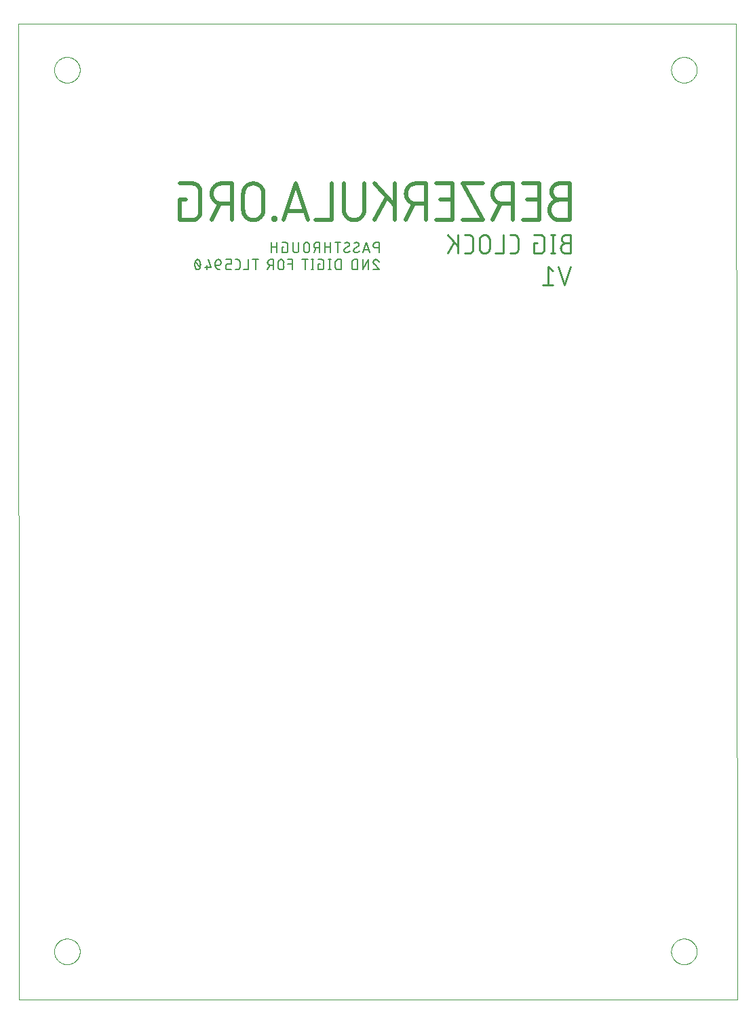
<source format=gbo>
From 5851c4758d3301851cf58e0ec3b42c7f93c7ca77 Mon Sep 17 00:00:00 2001
From: William Harrington <kb0iic@berzerkula.org>
Date: Thu, 17 May 2018 20:54:06 -0500
Subject: Populate repository from main eagle directory in user's document
 library.

---
 eagle/Arduino_TLC5940/4in7Segment_Passthrough.GBO | 4231 +++++++++++++++++++++
 1 file changed, 4231 insertions(+)
 create mode 100755 eagle/Arduino_TLC5940/4in7Segment_Passthrough.GBO

(limited to 'eagle/Arduino_TLC5940/4in7Segment_Passthrough.GBO')

diff --git a/eagle/Arduino_TLC5940/4in7Segment_Passthrough.GBO b/eagle/Arduino_TLC5940/4in7Segment_Passthrough.GBO
new file mode 100755
index 0000000..bfab3ec
--- /dev/null
+++ b/eagle/Arduino_TLC5940/4in7Segment_Passthrough.GBO
@@ -0,0 +1,4231 @@
+G75*
+%MOIN*%
+%OFA0B0*%
+%FSLAX25Y25*%
+%IPPOS*%
+%LPD*%
+%AMOC8*
+5,1,8,0,0,1.08239X$1,22.5*
+%
+%ADD10C,0.00000*%
+%ADD11C,0.02000*%
+%ADD12C,0.01000*%
+%ADD13C,0.00600*%
+D10*
+X0001500Y0005137D02*
+X0001000Y0484338D01*
+X0353921Y0484338D01*
+X0354421Y0005137D01*
+X0001500Y0005137D01*
+X0018823Y0028759D02*
+X0018825Y0028917D01*
+X0018831Y0029075D01*
+X0018841Y0029233D01*
+X0018855Y0029391D01*
+X0018873Y0029548D01*
+X0018894Y0029705D01*
+X0018920Y0029861D01*
+X0018950Y0030017D01*
+X0018983Y0030172D01*
+X0019021Y0030325D01*
+X0019062Y0030478D01*
+X0019107Y0030630D01*
+X0019156Y0030781D01*
+X0019209Y0030930D01*
+X0019265Y0031078D01*
+X0019325Y0031224D01*
+X0019389Y0031369D01*
+X0019457Y0031512D01*
+X0019528Y0031654D01*
+X0019602Y0031794D01*
+X0019680Y0031931D01*
+X0019762Y0032067D01*
+X0019846Y0032201D01*
+X0019935Y0032332D01*
+X0020026Y0032461D01*
+X0020121Y0032588D01*
+X0020218Y0032713D01*
+X0020319Y0032835D01*
+X0020423Y0032954D01*
+X0020530Y0033071D01*
+X0020640Y0033185D01*
+X0020753Y0033296D01*
+X0020868Y0033405D01*
+X0020986Y0033510D01*
+X0021107Y0033612D01*
+X0021230Y0033712D01*
+X0021356Y0033808D01*
+X0021484Y0033901D01*
+X0021614Y0033991D01*
+X0021747Y0034077D01*
+X0021882Y0034161D01*
+X0022018Y0034240D01*
+X0022157Y0034317D01*
+X0022298Y0034389D01*
+X0022440Y0034459D01*
+X0022584Y0034524D01*
+X0022730Y0034586D01*
+X0022877Y0034644D01*
+X0023026Y0034699D01*
+X0023176Y0034750D01*
+X0023327Y0034797D01*
+X0023479Y0034840D01*
+X0023632Y0034879D01*
+X0023787Y0034915D01*
+X0023942Y0034946D01*
+X0024098Y0034974D01*
+X0024254Y0034998D01*
+X0024411Y0035018D01*
+X0024569Y0035034D01*
+X0024726Y0035046D01*
+X0024885Y0035054D01*
+X0025043Y0035058D01*
+X0025201Y0035058D01*
+X0025359Y0035054D01*
+X0025518Y0035046D01*
+X0025675Y0035034D01*
+X0025833Y0035018D01*
+X0025990Y0034998D01*
+X0026146Y0034974D01*
+X0026302Y0034946D01*
+X0026457Y0034915D01*
+X0026612Y0034879D01*
+X0026765Y0034840D01*
+X0026917Y0034797D01*
+X0027068Y0034750D01*
+X0027218Y0034699D01*
+X0027367Y0034644D01*
+X0027514Y0034586D01*
+X0027660Y0034524D01*
+X0027804Y0034459D01*
+X0027946Y0034389D01*
+X0028087Y0034317D01*
+X0028226Y0034240D01*
+X0028362Y0034161D01*
+X0028497Y0034077D01*
+X0028630Y0033991D01*
+X0028760Y0033901D01*
+X0028888Y0033808D01*
+X0029014Y0033712D01*
+X0029137Y0033612D01*
+X0029258Y0033510D01*
+X0029376Y0033405D01*
+X0029491Y0033296D01*
+X0029604Y0033185D01*
+X0029714Y0033071D01*
+X0029821Y0032954D01*
+X0029925Y0032835D01*
+X0030026Y0032713D01*
+X0030123Y0032588D01*
+X0030218Y0032461D01*
+X0030309Y0032332D01*
+X0030398Y0032201D01*
+X0030482Y0032067D01*
+X0030564Y0031931D01*
+X0030642Y0031794D01*
+X0030716Y0031654D01*
+X0030787Y0031512D01*
+X0030855Y0031369D01*
+X0030919Y0031224D01*
+X0030979Y0031078D01*
+X0031035Y0030930D01*
+X0031088Y0030781D01*
+X0031137Y0030630D01*
+X0031182Y0030478D01*
+X0031223Y0030325D01*
+X0031261Y0030172D01*
+X0031294Y0030017D01*
+X0031324Y0029861D01*
+X0031350Y0029705D01*
+X0031371Y0029548D01*
+X0031389Y0029391D01*
+X0031403Y0029233D01*
+X0031413Y0029075D01*
+X0031419Y0028917D01*
+X0031421Y0028759D01*
+X0031419Y0028601D01*
+X0031413Y0028443D01*
+X0031403Y0028285D01*
+X0031389Y0028127D01*
+X0031371Y0027970D01*
+X0031350Y0027813D01*
+X0031324Y0027657D01*
+X0031294Y0027501D01*
+X0031261Y0027346D01*
+X0031223Y0027193D01*
+X0031182Y0027040D01*
+X0031137Y0026888D01*
+X0031088Y0026737D01*
+X0031035Y0026588D01*
+X0030979Y0026440D01*
+X0030919Y0026294D01*
+X0030855Y0026149D01*
+X0030787Y0026006D01*
+X0030716Y0025864D01*
+X0030642Y0025724D01*
+X0030564Y0025587D01*
+X0030482Y0025451D01*
+X0030398Y0025317D01*
+X0030309Y0025186D01*
+X0030218Y0025057D01*
+X0030123Y0024930D01*
+X0030026Y0024805D01*
+X0029925Y0024683D01*
+X0029821Y0024564D01*
+X0029714Y0024447D01*
+X0029604Y0024333D01*
+X0029491Y0024222D01*
+X0029376Y0024113D01*
+X0029258Y0024008D01*
+X0029137Y0023906D01*
+X0029014Y0023806D01*
+X0028888Y0023710D01*
+X0028760Y0023617D01*
+X0028630Y0023527D01*
+X0028497Y0023441D01*
+X0028362Y0023357D01*
+X0028226Y0023278D01*
+X0028087Y0023201D01*
+X0027946Y0023129D01*
+X0027804Y0023059D01*
+X0027660Y0022994D01*
+X0027514Y0022932D01*
+X0027367Y0022874D01*
+X0027218Y0022819D01*
+X0027068Y0022768D01*
+X0026917Y0022721D01*
+X0026765Y0022678D01*
+X0026612Y0022639D01*
+X0026457Y0022603D01*
+X0026302Y0022572D01*
+X0026146Y0022544D01*
+X0025990Y0022520D01*
+X0025833Y0022500D01*
+X0025675Y0022484D01*
+X0025518Y0022472D01*
+X0025359Y0022464D01*
+X0025201Y0022460D01*
+X0025043Y0022460D01*
+X0024885Y0022464D01*
+X0024726Y0022472D01*
+X0024569Y0022484D01*
+X0024411Y0022500D01*
+X0024254Y0022520D01*
+X0024098Y0022544D01*
+X0023942Y0022572D01*
+X0023787Y0022603D01*
+X0023632Y0022639D01*
+X0023479Y0022678D01*
+X0023327Y0022721D01*
+X0023176Y0022768D01*
+X0023026Y0022819D01*
+X0022877Y0022874D01*
+X0022730Y0022932D01*
+X0022584Y0022994D01*
+X0022440Y0023059D01*
+X0022298Y0023129D01*
+X0022157Y0023201D01*
+X0022018Y0023278D01*
+X0021882Y0023357D01*
+X0021747Y0023441D01*
+X0021614Y0023527D01*
+X0021484Y0023617D01*
+X0021356Y0023710D01*
+X0021230Y0023806D01*
+X0021107Y0023906D01*
+X0020986Y0024008D01*
+X0020868Y0024113D01*
+X0020753Y0024222D01*
+X0020640Y0024333D01*
+X0020530Y0024447D01*
+X0020423Y0024564D01*
+X0020319Y0024683D01*
+X0020218Y0024805D01*
+X0020121Y0024930D01*
+X0020026Y0025057D01*
+X0019935Y0025186D01*
+X0019846Y0025317D01*
+X0019762Y0025451D01*
+X0019680Y0025587D01*
+X0019602Y0025724D01*
+X0019528Y0025864D01*
+X0019457Y0026006D01*
+X0019389Y0026149D01*
+X0019325Y0026294D01*
+X0019265Y0026440D01*
+X0019209Y0026588D01*
+X0019156Y0026737D01*
+X0019107Y0026888D01*
+X0019062Y0027040D01*
+X0019021Y0027193D01*
+X0018983Y0027346D01*
+X0018950Y0027501D01*
+X0018920Y0027657D01*
+X0018894Y0027813D01*
+X0018873Y0027970D01*
+X0018855Y0028127D01*
+X0018841Y0028285D01*
+X0018831Y0028443D01*
+X0018825Y0028601D01*
+X0018823Y0028759D01*
+X0321973Y0028759D02*
+X0321975Y0028917D01*
+X0321981Y0029075D01*
+X0321991Y0029233D01*
+X0322005Y0029391D01*
+X0322023Y0029548D01*
+X0322044Y0029705D01*
+X0322070Y0029861D01*
+X0322100Y0030017D01*
+X0322133Y0030172D01*
+X0322171Y0030325D01*
+X0322212Y0030478D01*
+X0322257Y0030630D01*
+X0322306Y0030781D01*
+X0322359Y0030930D01*
+X0322415Y0031078D01*
+X0322475Y0031224D01*
+X0322539Y0031369D01*
+X0322607Y0031512D01*
+X0322678Y0031654D01*
+X0322752Y0031794D01*
+X0322830Y0031931D01*
+X0322912Y0032067D01*
+X0322996Y0032201D01*
+X0323085Y0032332D01*
+X0323176Y0032461D01*
+X0323271Y0032588D01*
+X0323368Y0032713D01*
+X0323469Y0032835D01*
+X0323573Y0032954D01*
+X0323680Y0033071D01*
+X0323790Y0033185D01*
+X0323903Y0033296D01*
+X0324018Y0033405D01*
+X0324136Y0033510D01*
+X0324257Y0033612D01*
+X0324380Y0033712D01*
+X0324506Y0033808D01*
+X0324634Y0033901D01*
+X0324764Y0033991D01*
+X0324897Y0034077D01*
+X0325032Y0034161D01*
+X0325168Y0034240D01*
+X0325307Y0034317D01*
+X0325448Y0034389D01*
+X0325590Y0034459D01*
+X0325734Y0034524D01*
+X0325880Y0034586D01*
+X0326027Y0034644D01*
+X0326176Y0034699D01*
+X0326326Y0034750D01*
+X0326477Y0034797D01*
+X0326629Y0034840D01*
+X0326782Y0034879D01*
+X0326937Y0034915D01*
+X0327092Y0034946D01*
+X0327248Y0034974D01*
+X0327404Y0034998D01*
+X0327561Y0035018D01*
+X0327719Y0035034D01*
+X0327876Y0035046D01*
+X0328035Y0035054D01*
+X0328193Y0035058D01*
+X0328351Y0035058D01*
+X0328509Y0035054D01*
+X0328668Y0035046D01*
+X0328825Y0035034D01*
+X0328983Y0035018D01*
+X0329140Y0034998D01*
+X0329296Y0034974D01*
+X0329452Y0034946D01*
+X0329607Y0034915D01*
+X0329762Y0034879D01*
+X0329915Y0034840D01*
+X0330067Y0034797D01*
+X0330218Y0034750D01*
+X0330368Y0034699D01*
+X0330517Y0034644D01*
+X0330664Y0034586D01*
+X0330810Y0034524D01*
+X0330954Y0034459D01*
+X0331096Y0034389D01*
+X0331237Y0034317D01*
+X0331376Y0034240D01*
+X0331512Y0034161D01*
+X0331647Y0034077D01*
+X0331780Y0033991D01*
+X0331910Y0033901D01*
+X0332038Y0033808D01*
+X0332164Y0033712D01*
+X0332287Y0033612D01*
+X0332408Y0033510D01*
+X0332526Y0033405D01*
+X0332641Y0033296D01*
+X0332754Y0033185D01*
+X0332864Y0033071D01*
+X0332971Y0032954D01*
+X0333075Y0032835D01*
+X0333176Y0032713D01*
+X0333273Y0032588D01*
+X0333368Y0032461D01*
+X0333459Y0032332D01*
+X0333548Y0032201D01*
+X0333632Y0032067D01*
+X0333714Y0031931D01*
+X0333792Y0031794D01*
+X0333866Y0031654D01*
+X0333937Y0031512D01*
+X0334005Y0031369D01*
+X0334069Y0031224D01*
+X0334129Y0031078D01*
+X0334185Y0030930D01*
+X0334238Y0030781D01*
+X0334287Y0030630D01*
+X0334332Y0030478D01*
+X0334373Y0030325D01*
+X0334411Y0030172D01*
+X0334444Y0030017D01*
+X0334474Y0029861D01*
+X0334500Y0029705D01*
+X0334521Y0029548D01*
+X0334539Y0029391D01*
+X0334553Y0029233D01*
+X0334563Y0029075D01*
+X0334569Y0028917D01*
+X0334571Y0028759D01*
+X0334569Y0028601D01*
+X0334563Y0028443D01*
+X0334553Y0028285D01*
+X0334539Y0028127D01*
+X0334521Y0027970D01*
+X0334500Y0027813D01*
+X0334474Y0027657D01*
+X0334444Y0027501D01*
+X0334411Y0027346D01*
+X0334373Y0027193D01*
+X0334332Y0027040D01*
+X0334287Y0026888D01*
+X0334238Y0026737D01*
+X0334185Y0026588D01*
+X0334129Y0026440D01*
+X0334069Y0026294D01*
+X0334005Y0026149D01*
+X0333937Y0026006D01*
+X0333866Y0025864D01*
+X0333792Y0025724D01*
+X0333714Y0025587D01*
+X0333632Y0025451D01*
+X0333548Y0025317D01*
+X0333459Y0025186D01*
+X0333368Y0025057D01*
+X0333273Y0024930D01*
+X0333176Y0024805D01*
+X0333075Y0024683D01*
+X0332971Y0024564D01*
+X0332864Y0024447D01*
+X0332754Y0024333D01*
+X0332641Y0024222D01*
+X0332526Y0024113D01*
+X0332408Y0024008D01*
+X0332287Y0023906D01*
+X0332164Y0023806D01*
+X0332038Y0023710D01*
+X0331910Y0023617D01*
+X0331780Y0023527D01*
+X0331647Y0023441D01*
+X0331512Y0023357D01*
+X0331376Y0023278D01*
+X0331237Y0023201D01*
+X0331096Y0023129D01*
+X0330954Y0023059D01*
+X0330810Y0022994D01*
+X0330664Y0022932D01*
+X0330517Y0022874D01*
+X0330368Y0022819D01*
+X0330218Y0022768D01*
+X0330067Y0022721D01*
+X0329915Y0022678D01*
+X0329762Y0022639D01*
+X0329607Y0022603D01*
+X0329452Y0022572D01*
+X0329296Y0022544D01*
+X0329140Y0022520D01*
+X0328983Y0022500D01*
+X0328825Y0022484D01*
+X0328668Y0022472D01*
+X0328509Y0022464D01*
+X0328351Y0022460D01*
+X0328193Y0022460D01*
+X0328035Y0022464D01*
+X0327876Y0022472D01*
+X0327719Y0022484D01*
+X0327561Y0022500D01*
+X0327404Y0022520D01*
+X0327248Y0022544D01*
+X0327092Y0022572D01*
+X0326937Y0022603D01*
+X0326782Y0022639D01*
+X0326629Y0022678D01*
+X0326477Y0022721D01*
+X0326326Y0022768D01*
+X0326176Y0022819D01*
+X0326027Y0022874D01*
+X0325880Y0022932D01*
+X0325734Y0022994D01*
+X0325590Y0023059D01*
+X0325448Y0023129D01*
+X0325307Y0023201D01*
+X0325168Y0023278D01*
+X0325032Y0023357D01*
+X0324897Y0023441D01*
+X0324764Y0023527D01*
+X0324634Y0023617D01*
+X0324506Y0023710D01*
+X0324380Y0023806D01*
+X0324257Y0023906D01*
+X0324136Y0024008D01*
+X0324018Y0024113D01*
+X0323903Y0024222D01*
+X0323790Y0024333D01*
+X0323680Y0024447D01*
+X0323573Y0024564D01*
+X0323469Y0024683D01*
+X0323368Y0024805D01*
+X0323271Y0024930D01*
+X0323176Y0025057D01*
+X0323085Y0025186D01*
+X0322996Y0025317D01*
+X0322912Y0025451D01*
+X0322830Y0025587D01*
+X0322752Y0025724D01*
+X0322678Y0025864D01*
+X0322607Y0026006D01*
+X0322539Y0026149D01*
+X0322475Y0026294D01*
+X0322415Y0026440D01*
+X0322359Y0026588D01*
+X0322306Y0026737D01*
+X0322257Y0026888D01*
+X0322212Y0027040D01*
+X0322171Y0027193D01*
+X0322133Y0027346D01*
+X0322100Y0027501D01*
+X0322070Y0027657D01*
+X0322044Y0027813D01*
+X0322023Y0027970D01*
+X0322005Y0028127D01*
+X0321991Y0028285D01*
+X0321981Y0028443D01*
+X0321975Y0028601D01*
+X0321973Y0028759D01*
+X0321973Y0461830D02*
+X0321975Y0461988D01*
+X0321981Y0462146D01*
+X0321991Y0462304D01*
+X0322005Y0462462D01*
+X0322023Y0462619D01*
+X0322044Y0462776D01*
+X0322070Y0462932D01*
+X0322100Y0463088D01*
+X0322133Y0463243D01*
+X0322171Y0463396D01*
+X0322212Y0463549D01*
+X0322257Y0463701D01*
+X0322306Y0463852D01*
+X0322359Y0464001D01*
+X0322415Y0464149D01*
+X0322475Y0464295D01*
+X0322539Y0464440D01*
+X0322607Y0464583D01*
+X0322678Y0464725D01*
+X0322752Y0464865D01*
+X0322830Y0465002D01*
+X0322912Y0465138D01*
+X0322996Y0465272D01*
+X0323085Y0465403D01*
+X0323176Y0465532D01*
+X0323271Y0465659D01*
+X0323368Y0465784D01*
+X0323469Y0465906D01*
+X0323573Y0466025D01*
+X0323680Y0466142D01*
+X0323790Y0466256D01*
+X0323903Y0466367D01*
+X0324018Y0466476D01*
+X0324136Y0466581D01*
+X0324257Y0466683D01*
+X0324380Y0466783D01*
+X0324506Y0466879D01*
+X0324634Y0466972D01*
+X0324764Y0467062D01*
+X0324897Y0467148D01*
+X0325032Y0467232D01*
+X0325168Y0467311D01*
+X0325307Y0467388D01*
+X0325448Y0467460D01*
+X0325590Y0467530D01*
+X0325734Y0467595D01*
+X0325880Y0467657D01*
+X0326027Y0467715D01*
+X0326176Y0467770D01*
+X0326326Y0467821D01*
+X0326477Y0467868D01*
+X0326629Y0467911D01*
+X0326782Y0467950D01*
+X0326937Y0467986D01*
+X0327092Y0468017D01*
+X0327248Y0468045D01*
+X0327404Y0468069D01*
+X0327561Y0468089D01*
+X0327719Y0468105D01*
+X0327876Y0468117D01*
+X0328035Y0468125D01*
+X0328193Y0468129D01*
+X0328351Y0468129D01*
+X0328509Y0468125D01*
+X0328668Y0468117D01*
+X0328825Y0468105D01*
+X0328983Y0468089D01*
+X0329140Y0468069D01*
+X0329296Y0468045D01*
+X0329452Y0468017D01*
+X0329607Y0467986D01*
+X0329762Y0467950D01*
+X0329915Y0467911D01*
+X0330067Y0467868D01*
+X0330218Y0467821D01*
+X0330368Y0467770D01*
+X0330517Y0467715D01*
+X0330664Y0467657D01*
+X0330810Y0467595D01*
+X0330954Y0467530D01*
+X0331096Y0467460D01*
+X0331237Y0467388D01*
+X0331376Y0467311D01*
+X0331512Y0467232D01*
+X0331647Y0467148D01*
+X0331780Y0467062D01*
+X0331910Y0466972D01*
+X0332038Y0466879D01*
+X0332164Y0466783D01*
+X0332287Y0466683D01*
+X0332408Y0466581D01*
+X0332526Y0466476D01*
+X0332641Y0466367D01*
+X0332754Y0466256D01*
+X0332864Y0466142D01*
+X0332971Y0466025D01*
+X0333075Y0465906D01*
+X0333176Y0465784D01*
+X0333273Y0465659D01*
+X0333368Y0465532D01*
+X0333459Y0465403D01*
+X0333548Y0465272D01*
+X0333632Y0465138D01*
+X0333714Y0465002D01*
+X0333792Y0464865D01*
+X0333866Y0464725D01*
+X0333937Y0464583D01*
+X0334005Y0464440D01*
+X0334069Y0464295D01*
+X0334129Y0464149D01*
+X0334185Y0464001D01*
+X0334238Y0463852D01*
+X0334287Y0463701D01*
+X0334332Y0463549D01*
+X0334373Y0463396D01*
+X0334411Y0463243D01*
+X0334444Y0463088D01*
+X0334474Y0462932D01*
+X0334500Y0462776D01*
+X0334521Y0462619D01*
+X0334539Y0462462D01*
+X0334553Y0462304D01*
+X0334563Y0462146D01*
+X0334569Y0461988D01*
+X0334571Y0461830D01*
+X0334569Y0461672D01*
+X0334563Y0461514D01*
+X0334553Y0461356D01*
+X0334539Y0461198D01*
+X0334521Y0461041D01*
+X0334500Y0460884D01*
+X0334474Y0460728D01*
+X0334444Y0460572D01*
+X0334411Y0460417D01*
+X0334373Y0460264D01*
+X0334332Y0460111D01*
+X0334287Y0459959D01*
+X0334238Y0459808D01*
+X0334185Y0459659D01*
+X0334129Y0459511D01*
+X0334069Y0459365D01*
+X0334005Y0459220D01*
+X0333937Y0459077D01*
+X0333866Y0458935D01*
+X0333792Y0458795D01*
+X0333714Y0458658D01*
+X0333632Y0458522D01*
+X0333548Y0458388D01*
+X0333459Y0458257D01*
+X0333368Y0458128D01*
+X0333273Y0458001D01*
+X0333176Y0457876D01*
+X0333075Y0457754D01*
+X0332971Y0457635D01*
+X0332864Y0457518D01*
+X0332754Y0457404D01*
+X0332641Y0457293D01*
+X0332526Y0457184D01*
+X0332408Y0457079D01*
+X0332287Y0456977D01*
+X0332164Y0456877D01*
+X0332038Y0456781D01*
+X0331910Y0456688D01*
+X0331780Y0456598D01*
+X0331647Y0456512D01*
+X0331512Y0456428D01*
+X0331376Y0456349D01*
+X0331237Y0456272D01*
+X0331096Y0456200D01*
+X0330954Y0456130D01*
+X0330810Y0456065D01*
+X0330664Y0456003D01*
+X0330517Y0455945D01*
+X0330368Y0455890D01*
+X0330218Y0455839D01*
+X0330067Y0455792D01*
+X0329915Y0455749D01*
+X0329762Y0455710D01*
+X0329607Y0455674D01*
+X0329452Y0455643D01*
+X0329296Y0455615D01*
+X0329140Y0455591D01*
+X0328983Y0455571D01*
+X0328825Y0455555D01*
+X0328668Y0455543D01*
+X0328509Y0455535D01*
+X0328351Y0455531D01*
+X0328193Y0455531D01*
+X0328035Y0455535D01*
+X0327876Y0455543D01*
+X0327719Y0455555D01*
+X0327561Y0455571D01*
+X0327404Y0455591D01*
+X0327248Y0455615D01*
+X0327092Y0455643D01*
+X0326937Y0455674D01*
+X0326782Y0455710D01*
+X0326629Y0455749D01*
+X0326477Y0455792D01*
+X0326326Y0455839D01*
+X0326176Y0455890D01*
+X0326027Y0455945D01*
+X0325880Y0456003D01*
+X0325734Y0456065D01*
+X0325590Y0456130D01*
+X0325448Y0456200D01*
+X0325307Y0456272D01*
+X0325168Y0456349D01*
+X0325032Y0456428D01*
+X0324897Y0456512D01*
+X0324764Y0456598D01*
+X0324634Y0456688D01*
+X0324506Y0456781D01*
+X0324380Y0456877D01*
+X0324257Y0456977D01*
+X0324136Y0457079D01*
+X0324018Y0457184D01*
+X0323903Y0457293D01*
+X0323790Y0457404D01*
+X0323680Y0457518D01*
+X0323573Y0457635D01*
+X0323469Y0457754D01*
+X0323368Y0457876D01*
+X0323271Y0458001D01*
+X0323176Y0458128D01*
+X0323085Y0458257D01*
+X0322996Y0458388D01*
+X0322912Y0458522D01*
+X0322830Y0458658D01*
+X0322752Y0458795D01*
+X0322678Y0458935D01*
+X0322607Y0459077D01*
+X0322539Y0459220D01*
+X0322475Y0459365D01*
+X0322415Y0459511D01*
+X0322359Y0459659D01*
+X0322306Y0459808D01*
+X0322257Y0459959D01*
+X0322212Y0460111D01*
+X0322171Y0460264D01*
+X0322133Y0460417D01*
+X0322100Y0460572D01*
+X0322070Y0460728D01*
+X0322044Y0460884D01*
+X0322023Y0461041D01*
+X0322005Y0461198D01*
+X0321991Y0461356D01*
+X0321981Y0461514D01*
+X0321975Y0461672D01*
+X0321973Y0461830D01*
+X0018823Y0461830D02*
+X0018825Y0461988D01*
+X0018831Y0462146D01*
+X0018841Y0462304D01*
+X0018855Y0462462D01*
+X0018873Y0462619D01*
+X0018894Y0462776D01*
+X0018920Y0462932D01*
+X0018950Y0463088D01*
+X0018983Y0463243D01*
+X0019021Y0463396D01*
+X0019062Y0463549D01*
+X0019107Y0463701D01*
+X0019156Y0463852D01*
+X0019209Y0464001D01*
+X0019265Y0464149D01*
+X0019325Y0464295D01*
+X0019389Y0464440D01*
+X0019457Y0464583D01*
+X0019528Y0464725D01*
+X0019602Y0464865D01*
+X0019680Y0465002D01*
+X0019762Y0465138D01*
+X0019846Y0465272D01*
+X0019935Y0465403D01*
+X0020026Y0465532D01*
+X0020121Y0465659D01*
+X0020218Y0465784D01*
+X0020319Y0465906D01*
+X0020423Y0466025D01*
+X0020530Y0466142D01*
+X0020640Y0466256D01*
+X0020753Y0466367D01*
+X0020868Y0466476D01*
+X0020986Y0466581D01*
+X0021107Y0466683D01*
+X0021230Y0466783D01*
+X0021356Y0466879D01*
+X0021484Y0466972D01*
+X0021614Y0467062D01*
+X0021747Y0467148D01*
+X0021882Y0467232D01*
+X0022018Y0467311D01*
+X0022157Y0467388D01*
+X0022298Y0467460D01*
+X0022440Y0467530D01*
+X0022584Y0467595D01*
+X0022730Y0467657D01*
+X0022877Y0467715D01*
+X0023026Y0467770D01*
+X0023176Y0467821D01*
+X0023327Y0467868D01*
+X0023479Y0467911D01*
+X0023632Y0467950D01*
+X0023787Y0467986D01*
+X0023942Y0468017D01*
+X0024098Y0468045D01*
+X0024254Y0468069D01*
+X0024411Y0468089D01*
+X0024569Y0468105D01*
+X0024726Y0468117D01*
+X0024885Y0468125D01*
+X0025043Y0468129D01*
+X0025201Y0468129D01*
+X0025359Y0468125D01*
+X0025518Y0468117D01*
+X0025675Y0468105D01*
+X0025833Y0468089D01*
+X0025990Y0468069D01*
+X0026146Y0468045D01*
+X0026302Y0468017D01*
+X0026457Y0467986D01*
+X0026612Y0467950D01*
+X0026765Y0467911D01*
+X0026917Y0467868D01*
+X0027068Y0467821D01*
+X0027218Y0467770D01*
+X0027367Y0467715D01*
+X0027514Y0467657D01*
+X0027660Y0467595D01*
+X0027804Y0467530D01*
+X0027946Y0467460D01*
+X0028087Y0467388D01*
+X0028226Y0467311D01*
+X0028362Y0467232D01*
+X0028497Y0467148D01*
+X0028630Y0467062D01*
+X0028760Y0466972D01*
+X0028888Y0466879D01*
+X0029014Y0466783D01*
+X0029137Y0466683D01*
+X0029258Y0466581D01*
+X0029376Y0466476D01*
+X0029491Y0466367D01*
+X0029604Y0466256D01*
+X0029714Y0466142D01*
+X0029821Y0466025D01*
+X0029925Y0465906D01*
+X0030026Y0465784D01*
+X0030123Y0465659D01*
+X0030218Y0465532D01*
+X0030309Y0465403D01*
+X0030398Y0465272D01*
+X0030482Y0465138D01*
+X0030564Y0465002D01*
+X0030642Y0464865D01*
+X0030716Y0464725D01*
+X0030787Y0464583D01*
+X0030855Y0464440D01*
+X0030919Y0464295D01*
+X0030979Y0464149D01*
+X0031035Y0464001D01*
+X0031088Y0463852D01*
+X0031137Y0463701D01*
+X0031182Y0463549D01*
+X0031223Y0463396D01*
+X0031261Y0463243D01*
+X0031294Y0463088D01*
+X0031324Y0462932D01*
+X0031350Y0462776D01*
+X0031371Y0462619D01*
+X0031389Y0462462D01*
+X0031403Y0462304D01*
+X0031413Y0462146D01*
+X0031419Y0461988D01*
+X0031421Y0461830D01*
+X0031419Y0461672D01*
+X0031413Y0461514D01*
+X0031403Y0461356D01*
+X0031389Y0461198D01*
+X0031371Y0461041D01*
+X0031350Y0460884D01*
+X0031324Y0460728D01*
+X0031294Y0460572D01*
+X0031261Y0460417D01*
+X0031223Y0460264D01*
+X0031182Y0460111D01*
+X0031137Y0459959D01*
+X0031088Y0459808D01*
+X0031035Y0459659D01*
+X0030979Y0459511D01*
+X0030919Y0459365D01*
+X0030855Y0459220D01*
+X0030787Y0459077D01*
+X0030716Y0458935D01*
+X0030642Y0458795D01*
+X0030564Y0458658D01*
+X0030482Y0458522D01*
+X0030398Y0458388D01*
+X0030309Y0458257D01*
+X0030218Y0458128D01*
+X0030123Y0458001D01*
+X0030026Y0457876D01*
+X0029925Y0457754D01*
+X0029821Y0457635D01*
+X0029714Y0457518D01*
+X0029604Y0457404D01*
+X0029491Y0457293D01*
+X0029376Y0457184D01*
+X0029258Y0457079D01*
+X0029137Y0456977D01*
+X0029014Y0456877D01*
+X0028888Y0456781D01*
+X0028760Y0456688D01*
+X0028630Y0456598D01*
+X0028497Y0456512D01*
+X0028362Y0456428D01*
+X0028226Y0456349D01*
+X0028087Y0456272D01*
+X0027946Y0456200D01*
+X0027804Y0456130D01*
+X0027660Y0456065D01*
+X0027514Y0456003D01*
+X0027367Y0455945D01*
+X0027218Y0455890D01*
+X0027068Y0455839D01*
+X0026917Y0455792D01*
+X0026765Y0455749D01*
+X0026612Y0455710D01*
+X0026457Y0455674D01*
+X0026302Y0455643D01*
+X0026146Y0455615D01*
+X0025990Y0455591D01*
+X0025833Y0455571D01*
+X0025675Y0455555D01*
+X0025518Y0455543D01*
+X0025359Y0455535D01*
+X0025201Y0455531D01*
+X0025043Y0455531D01*
+X0024885Y0455535D01*
+X0024726Y0455543D01*
+X0024569Y0455555D01*
+X0024411Y0455571D01*
+X0024254Y0455591D01*
+X0024098Y0455615D01*
+X0023942Y0455643D01*
+X0023787Y0455674D01*
+X0023632Y0455710D01*
+X0023479Y0455749D01*
+X0023327Y0455792D01*
+X0023176Y0455839D01*
+X0023026Y0455890D01*
+X0022877Y0455945D01*
+X0022730Y0456003D01*
+X0022584Y0456065D01*
+X0022440Y0456130D01*
+X0022298Y0456200D01*
+X0022157Y0456272D01*
+X0022018Y0456349D01*
+X0021882Y0456428D01*
+X0021747Y0456512D01*
+X0021614Y0456598D01*
+X0021484Y0456688D01*
+X0021356Y0456781D01*
+X0021230Y0456877D01*
+X0021107Y0456977D01*
+X0020986Y0457079D01*
+X0020868Y0457184D01*
+X0020753Y0457293D01*
+X0020640Y0457404D01*
+X0020530Y0457518D01*
+X0020423Y0457635D01*
+X0020319Y0457754D01*
+X0020218Y0457876D01*
+X0020121Y0458001D01*
+X0020026Y0458128D01*
+X0019935Y0458257D01*
+X0019846Y0458388D01*
+X0019762Y0458522D01*
+X0019680Y0458658D01*
+X0019602Y0458795D01*
+X0019528Y0458935D01*
+X0019457Y0459077D01*
+X0019389Y0459220D01*
+X0019325Y0459365D01*
+X0019265Y0459511D01*
+X0019209Y0459659D01*
+X0019156Y0459808D01*
+X0019107Y0459959D01*
+X0019062Y0460111D01*
+X0019021Y0460264D01*
+X0018983Y0460417D01*
+X0018950Y0460572D01*
+X0018920Y0460728D01*
+X0018894Y0460884D01*
+X0018873Y0461041D01*
+X0018855Y0461198D01*
+X0018841Y0461356D01*
+X0018831Y0461514D01*
+X0018825Y0461672D01*
+X0018823Y0461830D01*
+D11*
+X0080654Y0406027D02*
+X0086654Y0406027D01*
+X0086780Y0406025D01*
+X0086905Y0406019D01*
+X0087030Y0406009D01*
+X0087155Y0405995D01*
+X0087280Y0405978D01*
+X0087404Y0405956D01*
+X0087527Y0405931D01*
+X0087649Y0405901D01*
+X0087770Y0405868D01*
+X0087890Y0405831D01*
+X0088009Y0405791D01*
+X0088126Y0405746D01*
+X0088243Y0405698D01*
+X0088357Y0405646D01*
+X0088470Y0405591D01*
+X0088581Y0405532D01*
+X0088690Y0405470D01*
+X0088797Y0405404D01*
+X0088902Y0405335D01*
+X0089005Y0405263D01*
+X0089106Y0405188D01*
+X0089204Y0405109D01*
+X0089299Y0405027D01*
+X0089392Y0404943D01*
+X0089482Y0404855D01*
+X0089570Y0404765D01*
+X0089654Y0404672D01*
+X0089736Y0404577D01*
+X0089815Y0404479D01*
+X0089890Y0404378D01*
+X0089962Y0404275D01*
+X0090031Y0404170D01*
+X0090097Y0404063D01*
+X0090159Y0403954D01*
+X0090218Y0403843D01*
+X0090273Y0403730D01*
+X0090325Y0403616D01*
+X0090373Y0403499D01*
+X0090418Y0403382D01*
+X0090458Y0403263D01*
+X0090495Y0403143D01*
+X0090528Y0403022D01*
+X0090558Y0402900D01*
+X0090583Y0402777D01*
+X0090605Y0402653D01*
+X0090622Y0402528D01*
+X0090636Y0402403D01*
+X0090646Y0402278D01*
+X0090652Y0402153D01*
+X0090654Y0402027D01*
+X0090654Y0392027D01*
+X0090652Y0391901D01*
+X0090646Y0391776D01*
+X0090636Y0391651D01*
+X0090622Y0391526D01*
+X0090605Y0391401D01*
+X0090583Y0391277D01*
+X0090558Y0391154D01*
+X0090528Y0391032D01*
+X0090495Y0390911D01*
+X0090458Y0390791D01*
+X0090418Y0390672D01*
+X0090373Y0390555D01*
+X0090325Y0390438D01*
+X0090273Y0390324D01*
+X0090218Y0390211D01*
+X0090159Y0390100D01*
+X0090097Y0389991D01*
+X0090031Y0389884D01*
+X0089962Y0389779D01*
+X0089890Y0389676D01*
+X0089815Y0389575D01*
+X0089736Y0389477D01*
+X0089654Y0389382D01*
+X0089570Y0389289D01*
+X0089482Y0389199D01*
+X0089392Y0389111D01*
+X0089299Y0389027D01*
+X0089204Y0388945D01*
+X0089106Y0388866D01*
+X0089005Y0388791D01*
+X0088902Y0388719D01*
+X0088797Y0388650D01*
+X0088690Y0388584D01*
+X0088581Y0388522D01*
+X0088470Y0388463D01*
+X0088357Y0388408D01*
+X0088243Y0388356D01*
+X0088126Y0388308D01*
+X0088009Y0388263D01*
+X0087890Y0388223D01*
+X0087770Y0388186D01*
+X0087649Y0388153D01*
+X0087527Y0388123D01*
+X0087404Y0388098D01*
+X0087280Y0388076D01*
+X0087155Y0388059D01*
+X0087030Y0388045D01*
+X0086905Y0388035D01*
+X0086780Y0388029D01*
+X0086654Y0388027D01*
+X0080654Y0388027D01*
+X0080654Y0398027D01*
+X0083654Y0398027D01*
+X0096154Y0388027D02*
+X0100154Y0396027D01*
+X0101154Y0396027D02*
+X0106154Y0396027D01*
+X0101154Y0396027D02*
+X0101014Y0396029D01*
+X0100874Y0396035D01*
+X0100734Y0396045D01*
+X0100594Y0396058D01*
+X0100455Y0396076D01*
+X0100316Y0396098D01*
+X0100179Y0396123D01*
+X0100041Y0396152D01*
+X0099905Y0396185D01*
+X0099770Y0396222D01*
+X0099636Y0396263D01*
+X0099503Y0396308D01*
+X0099371Y0396356D01*
+X0099241Y0396408D01*
+X0099112Y0396463D01*
+X0098985Y0396522D01*
+X0098859Y0396585D01*
+X0098735Y0396651D01*
+X0098614Y0396720D01*
+X0098494Y0396793D01*
+X0098376Y0396870D01*
+X0098261Y0396949D01*
+X0098147Y0397032D01*
+X0098037Y0397118D01*
+X0097928Y0397207D01*
+X0097822Y0397299D01*
+X0097719Y0397394D01*
+X0097618Y0397491D01*
+X0097521Y0397592D01*
+X0097426Y0397695D01*
+X0097334Y0397801D01*
+X0097245Y0397910D01*
+X0097159Y0398020D01*
+X0097076Y0398134D01*
+X0096997Y0398249D01*
+X0096920Y0398367D01*
+X0096847Y0398487D01*
+X0096778Y0398608D01*
+X0096712Y0398732D01*
+X0096649Y0398858D01*
+X0096590Y0398985D01*
+X0096535Y0399114D01*
+X0096483Y0399244D01*
+X0096435Y0399376D01*
+X0096390Y0399509D01*
+X0096349Y0399643D01*
+X0096312Y0399778D01*
+X0096279Y0399914D01*
+X0096250Y0400052D01*
+X0096225Y0400189D01*
+X0096203Y0400328D01*
+X0096185Y0400467D01*
+X0096172Y0400607D01*
+X0096162Y0400747D01*
+X0096156Y0400887D01*
+X0096154Y0401027D01*
+X0096156Y0401167D01*
+X0096162Y0401307D01*
+X0096172Y0401447D01*
+X0096185Y0401587D01*
+X0096203Y0401726D01*
+X0096225Y0401865D01*
+X0096250Y0402002D01*
+X0096279Y0402140D01*
+X0096312Y0402276D01*
+X0096349Y0402411D01*
+X0096390Y0402545D01*
+X0096435Y0402678D01*
+X0096483Y0402810D01*
+X0096535Y0402940D01*
+X0096590Y0403069D01*
+X0096649Y0403196D01*
+X0096712Y0403322D01*
+X0096778Y0403446D01*
+X0096847Y0403567D01*
+X0096920Y0403687D01*
+X0096997Y0403805D01*
+X0097076Y0403920D01*
+X0097159Y0404034D01*
+X0097245Y0404144D01*
+X0097334Y0404253D01*
+X0097426Y0404359D01*
+X0097521Y0404462D01*
+X0097618Y0404563D01*
+X0097719Y0404660D01*
+X0097822Y0404755D01*
+X0097928Y0404847D01*
+X0098037Y0404936D01*
+X0098147Y0405022D01*
+X0098261Y0405105D01*
+X0098376Y0405184D01*
+X0098494Y0405261D01*
+X0098614Y0405334D01*
+X0098735Y0405403D01*
+X0098859Y0405469D01*
+X0098985Y0405532D01*
+X0099112Y0405591D01*
+X0099241Y0405646D01*
+X0099371Y0405698D01*
+X0099503Y0405746D01*
+X0099636Y0405791D01*
+X0099770Y0405832D01*
+X0099905Y0405869D01*
+X0100041Y0405902D01*
+X0100179Y0405931D01*
+X0100316Y0405956D01*
+X0100455Y0405978D01*
+X0100594Y0405996D01*
+X0100734Y0406009D01*
+X0100874Y0406019D01*
+X0101014Y0406025D01*
+X0101154Y0406027D01*
+X0106154Y0406027D01*
+X0106154Y0388027D01*
+X0111654Y0393027D02*
+X0111654Y0401027D01*
+X0111656Y0401167D01*
+X0111662Y0401307D01*
+X0111672Y0401447D01*
+X0111685Y0401587D01*
+X0111703Y0401726D01*
+X0111725Y0401865D01*
+X0111750Y0402002D01*
+X0111779Y0402140D01*
+X0111812Y0402276D01*
+X0111849Y0402411D01*
+X0111890Y0402545D01*
+X0111935Y0402678D01*
+X0111983Y0402810D01*
+X0112035Y0402940D01*
+X0112090Y0403069D01*
+X0112149Y0403196D01*
+X0112212Y0403322D01*
+X0112278Y0403446D01*
+X0112347Y0403567D01*
+X0112420Y0403687D01*
+X0112497Y0403805D01*
+X0112576Y0403920D01*
+X0112659Y0404034D01*
+X0112745Y0404144D01*
+X0112834Y0404253D01*
+X0112926Y0404359D01*
+X0113021Y0404462D01*
+X0113118Y0404563D01*
+X0113219Y0404660D01*
+X0113322Y0404755D01*
+X0113428Y0404847D01*
+X0113537Y0404936D01*
+X0113647Y0405022D01*
+X0113761Y0405105D01*
+X0113876Y0405184D01*
+X0113994Y0405261D01*
+X0114114Y0405334D01*
+X0114235Y0405403D01*
+X0114359Y0405469D01*
+X0114485Y0405532D01*
+X0114612Y0405591D01*
+X0114741Y0405646D01*
+X0114871Y0405698D01*
+X0115003Y0405746D01*
+X0115136Y0405791D01*
+X0115270Y0405832D01*
+X0115405Y0405869D01*
+X0115541Y0405902D01*
+X0115679Y0405931D01*
+X0115816Y0405956D01*
+X0115955Y0405978D01*
+X0116094Y0405996D01*
+X0116234Y0406009D01*
+X0116374Y0406019D01*
+X0116514Y0406025D01*
+X0116654Y0406027D01*
+X0116794Y0406025D01*
+X0116934Y0406019D01*
+X0117074Y0406009D01*
+X0117214Y0405996D01*
+X0117353Y0405978D01*
+X0117492Y0405956D01*
+X0117629Y0405931D01*
+X0117767Y0405902D01*
+X0117903Y0405869D01*
+X0118038Y0405832D01*
+X0118172Y0405791D01*
+X0118305Y0405746D01*
+X0118437Y0405698D01*
+X0118567Y0405646D01*
+X0118696Y0405591D01*
+X0118823Y0405532D01*
+X0118949Y0405469D01*
+X0119073Y0405403D01*
+X0119194Y0405334D01*
+X0119314Y0405261D01*
+X0119432Y0405184D01*
+X0119547Y0405105D01*
+X0119661Y0405022D01*
+X0119771Y0404936D01*
+X0119880Y0404847D01*
+X0119986Y0404755D01*
+X0120089Y0404660D01*
+X0120190Y0404563D01*
+X0120287Y0404462D01*
+X0120382Y0404359D01*
+X0120474Y0404253D01*
+X0120563Y0404144D01*
+X0120649Y0404034D01*
+X0120732Y0403920D01*
+X0120811Y0403805D01*
+X0120888Y0403687D01*
+X0120961Y0403567D01*
+X0121030Y0403446D01*
+X0121096Y0403322D01*
+X0121159Y0403196D01*
+X0121218Y0403069D01*
+X0121273Y0402940D01*
+X0121325Y0402810D01*
+X0121373Y0402678D01*
+X0121418Y0402545D01*
+X0121459Y0402411D01*
+X0121496Y0402276D01*
+X0121529Y0402140D01*
+X0121558Y0402002D01*
+X0121583Y0401865D01*
+X0121605Y0401726D01*
+X0121623Y0401587D01*
+X0121636Y0401447D01*
+X0121646Y0401307D01*
+X0121652Y0401167D01*
+X0121654Y0401027D01*
+X0121654Y0393027D01*
+X0126654Y0389027D02*
+X0126654Y0388027D01*
+X0127654Y0388027D01*
+X0127654Y0389027D01*
+X0126654Y0389027D01*
+X0131654Y0388027D02*
+X0137654Y0406027D01*
+X0143654Y0388027D01*
+X0147154Y0388027D02*
+X0155154Y0388027D01*
+X0155154Y0406027D01*
+X0161154Y0406027D02*
+X0161154Y0393027D01*
+X0161156Y0392887D01*
+X0161162Y0392747D01*
+X0161172Y0392607D01*
+X0161185Y0392467D01*
+X0161203Y0392328D01*
+X0161225Y0392189D01*
+X0161250Y0392052D01*
+X0161279Y0391914D01*
+X0161312Y0391778D01*
+X0161349Y0391643D01*
+X0161390Y0391509D01*
+X0161435Y0391376D01*
+X0161483Y0391244D01*
+X0161535Y0391114D01*
+X0161590Y0390985D01*
+X0161649Y0390858D01*
+X0161712Y0390732D01*
+X0161778Y0390608D01*
+X0161847Y0390487D01*
+X0161920Y0390367D01*
+X0161997Y0390249D01*
+X0162076Y0390134D01*
+X0162159Y0390020D01*
+X0162245Y0389910D01*
+X0162334Y0389801D01*
+X0162426Y0389695D01*
+X0162521Y0389592D01*
+X0162618Y0389491D01*
+X0162719Y0389394D01*
+X0162822Y0389299D01*
+X0162928Y0389207D01*
+X0163037Y0389118D01*
+X0163147Y0389032D01*
+X0163261Y0388949D01*
+X0163376Y0388870D01*
+X0163494Y0388793D01*
+X0163614Y0388720D01*
+X0163735Y0388651D01*
+X0163859Y0388585D01*
+X0163985Y0388522D01*
+X0164112Y0388463D01*
+X0164241Y0388408D01*
+X0164371Y0388356D01*
+X0164503Y0388308D01*
+X0164636Y0388263D01*
+X0164770Y0388222D01*
+X0164905Y0388185D01*
+X0165041Y0388152D01*
+X0165179Y0388123D01*
+X0165316Y0388098D01*
+X0165455Y0388076D01*
+X0165594Y0388058D01*
+X0165734Y0388045D01*
+X0165874Y0388035D01*
+X0166014Y0388029D01*
+X0166154Y0388027D01*
+X0166294Y0388029D01*
+X0166434Y0388035D01*
+X0166574Y0388045D01*
+X0166714Y0388058D01*
+X0166853Y0388076D01*
+X0166992Y0388098D01*
+X0167129Y0388123D01*
+X0167267Y0388152D01*
+X0167403Y0388185D01*
+X0167538Y0388222D01*
+X0167672Y0388263D01*
+X0167805Y0388308D01*
+X0167937Y0388356D01*
+X0168067Y0388408D01*
+X0168196Y0388463D01*
+X0168323Y0388522D01*
+X0168449Y0388585D01*
+X0168573Y0388651D01*
+X0168694Y0388720D01*
+X0168814Y0388793D01*
+X0168932Y0388870D01*
+X0169047Y0388949D01*
+X0169161Y0389032D01*
+X0169271Y0389118D01*
+X0169380Y0389207D01*
+X0169486Y0389299D01*
+X0169589Y0389394D01*
+X0169690Y0389491D01*
+X0169787Y0389592D01*
+X0169882Y0389695D01*
+X0169974Y0389801D01*
+X0170063Y0389910D01*
+X0170149Y0390020D01*
+X0170232Y0390134D01*
+X0170311Y0390249D01*
+X0170388Y0390367D01*
+X0170461Y0390487D01*
+X0170530Y0390608D01*
+X0170596Y0390732D01*
+X0170659Y0390858D01*
+X0170718Y0390985D01*
+X0170773Y0391114D01*
+X0170825Y0391244D01*
+X0170873Y0391376D01*
+X0170918Y0391509D01*
+X0170959Y0391643D01*
+X0170996Y0391778D01*
+X0171029Y0391914D01*
+X0171058Y0392052D01*
+X0171083Y0392189D01*
+X0171105Y0392328D01*
+X0171123Y0392467D01*
+X0171136Y0392607D01*
+X0171146Y0392747D01*
+X0171152Y0392887D01*
+X0171154Y0393027D01*
+X0171154Y0406027D01*
+X0176154Y0406027D02*
+X0186154Y0395027D01*
+X0182154Y0399027D02*
+X0176154Y0388027D01*
+X0186154Y0388027D02*
+X0186154Y0406027D01*
+X0195654Y0396027D02*
+X0191654Y0388027D01*
+X0196654Y0396027D02*
+X0201654Y0396027D01*
+X0196654Y0396027D02*
+X0196514Y0396029D01*
+X0196374Y0396035D01*
+X0196234Y0396045D01*
+X0196094Y0396058D01*
+X0195955Y0396076D01*
+X0195816Y0396098D01*
+X0195679Y0396123D01*
+X0195541Y0396152D01*
+X0195405Y0396185D01*
+X0195270Y0396222D01*
+X0195136Y0396263D01*
+X0195003Y0396308D01*
+X0194871Y0396356D01*
+X0194741Y0396408D01*
+X0194612Y0396463D01*
+X0194485Y0396522D01*
+X0194359Y0396585D01*
+X0194235Y0396651D01*
+X0194114Y0396720D01*
+X0193994Y0396793D01*
+X0193876Y0396870D01*
+X0193761Y0396949D01*
+X0193647Y0397032D01*
+X0193537Y0397118D01*
+X0193428Y0397207D01*
+X0193322Y0397299D01*
+X0193219Y0397394D01*
+X0193118Y0397491D01*
+X0193021Y0397592D01*
+X0192926Y0397695D01*
+X0192834Y0397801D01*
+X0192745Y0397910D01*
+X0192659Y0398020D01*
+X0192576Y0398134D01*
+X0192497Y0398249D01*
+X0192420Y0398367D01*
+X0192347Y0398487D01*
+X0192278Y0398608D01*
+X0192212Y0398732D01*
+X0192149Y0398858D01*
+X0192090Y0398985D01*
+X0192035Y0399114D01*
+X0191983Y0399244D01*
+X0191935Y0399376D01*
+X0191890Y0399509D01*
+X0191849Y0399643D01*
+X0191812Y0399778D01*
+X0191779Y0399914D01*
+X0191750Y0400052D01*
+X0191725Y0400189D01*
+X0191703Y0400328D01*
+X0191685Y0400467D01*
+X0191672Y0400607D01*
+X0191662Y0400747D01*
+X0191656Y0400887D01*
+X0191654Y0401027D01*
+X0191656Y0401167D01*
+X0191662Y0401307D01*
+X0191672Y0401447D01*
+X0191685Y0401587D01*
+X0191703Y0401726D01*
+X0191725Y0401865D01*
+X0191750Y0402002D01*
+X0191779Y0402140D01*
+X0191812Y0402276D01*
+X0191849Y0402411D01*
+X0191890Y0402545D01*
+X0191935Y0402678D01*
+X0191983Y0402810D01*
+X0192035Y0402940D01*
+X0192090Y0403069D01*
+X0192149Y0403196D01*
+X0192212Y0403322D01*
+X0192278Y0403446D01*
+X0192347Y0403567D01*
+X0192420Y0403687D01*
+X0192497Y0403805D01*
+X0192576Y0403920D01*
+X0192659Y0404034D01*
+X0192745Y0404144D01*
+X0192834Y0404253D01*
+X0192926Y0404359D01*
+X0193021Y0404462D01*
+X0193118Y0404563D01*
+X0193219Y0404660D01*
+X0193322Y0404755D01*
+X0193428Y0404847D01*
+X0193537Y0404936D01*
+X0193647Y0405022D01*
+X0193761Y0405105D01*
+X0193876Y0405184D01*
+X0193994Y0405261D01*
+X0194114Y0405334D01*
+X0194235Y0405403D01*
+X0194359Y0405469D01*
+X0194485Y0405532D01*
+X0194612Y0405591D01*
+X0194741Y0405646D01*
+X0194871Y0405698D01*
+X0195003Y0405746D01*
+X0195136Y0405791D01*
+X0195270Y0405832D01*
+X0195405Y0405869D01*
+X0195541Y0405902D01*
+X0195679Y0405931D01*
+X0195816Y0405956D01*
+X0195955Y0405978D01*
+X0196094Y0405996D01*
+X0196234Y0406009D01*
+X0196374Y0406019D01*
+X0196514Y0406025D01*
+X0196654Y0406027D01*
+X0201654Y0406027D01*
+X0201654Y0388027D01*
+X0206654Y0388027D02*
+X0214654Y0388027D01*
+X0214654Y0406027D01*
+X0206654Y0406027D01*
+X0208654Y0398027D02*
+X0214654Y0398027D01*
+X0219654Y0406027D02*
+X0229654Y0388027D01*
+X0219654Y0388027D01*
+X0234154Y0388027D02*
+X0238154Y0396027D01*
+X0239154Y0396027D02*
+X0244154Y0396027D01*
+X0239154Y0396027D02*
+X0239014Y0396029D01*
+X0238874Y0396035D01*
+X0238734Y0396045D01*
+X0238594Y0396058D01*
+X0238455Y0396076D01*
+X0238316Y0396098D01*
+X0238179Y0396123D01*
+X0238041Y0396152D01*
+X0237905Y0396185D01*
+X0237770Y0396222D01*
+X0237636Y0396263D01*
+X0237503Y0396308D01*
+X0237371Y0396356D01*
+X0237241Y0396408D01*
+X0237112Y0396463D01*
+X0236985Y0396522D01*
+X0236859Y0396585D01*
+X0236735Y0396651D01*
+X0236614Y0396720D01*
+X0236494Y0396793D01*
+X0236376Y0396870D01*
+X0236261Y0396949D01*
+X0236147Y0397032D01*
+X0236037Y0397118D01*
+X0235928Y0397207D01*
+X0235822Y0397299D01*
+X0235719Y0397394D01*
+X0235618Y0397491D01*
+X0235521Y0397592D01*
+X0235426Y0397695D01*
+X0235334Y0397801D01*
+X0235245Y0397910D01*
+X0235159Y0398020D01*
+X0235076Y0398134D01*
+X0234997Y0398249D01*
+X0234920Y0398367D01*
+X0234847Y0398487D01*
+X0234778Y0398608D01*
+X0234712Y0398732D01*
+X0234649Y0398858D01*
+X0234590Y0398985D01*
+X0234535Y0399114D01*
+X0234483Y0399244D01*
+X0234435Y0399376D01*
+X0234390Y0399509D01*
+X0234349Y0399643D01*
+X0234312Y0399778D01*
+X0234279Y0399914D01*
+X0234250Y0400052D01*
+X0234225Y0400189D01*
+X0234203Y0400328D01*
+X0234185Y0400467D01*
+X0234172Y0400607D01*
+X0234162Y0400747D01*
+X0234156Y0400887D01*
+X0234154Y0401027D01*
+X0234156Y0401167D01*
+X0234162Y0401307D01*
+X0234172Y0401447D01*
+X0234185Y0401587D01*
+X0234203Y0401726D01*
+X0234225Y0401865D01*
+X0234250Y0402002D01*
+X0234279Y0402140D01*
+X0234312Y0402276D01*
+X0234349Y0402411D01*
+X0234390Y0402545D01*
+X0234435Y0402678D01*
+X0234483Y0402810D01*
+X0234535Y0402940D01*
+X0234590Y0403069D01*
+X0234649Y0403196D01*
+X0234712Y0403322D01*
+X0234778Y0403446D01*
+X0234847Y0403567D01*
+X0234920Y0403687D01*
+X0234997Y0403805D01*
+X0235076Y0403920D01*
+X0235159Y0404034D01*
+X0235245Y0404144D01*
+X0235334Y0404253D01*
+X0235426Y0404359D01*
+X0235521Y0404462D01*
+X0235618Y0404563D01*
+X0235719Y0404660D01*
+X0235822Y0404755D01*
+X0235928Y0404847D01*
+X0236037Y0404936D01*
+X0236147Y0405022D01*
+X0236261Y0405105D01*
+X0236376Y0405184D01*
+X0236494Y0405261D01*
+X0236614Y0405334D01*
+X0236735Y0405403D01*
+X0236859Y0405469D01*
+X0236985Y0405532D01*
+X0237112Y0405591D01*
+X0237241Y0405646D01*
+X0237371Y0405698D01*
+X0237503Y0405746D01*
+X0237636Y0405791D01*
+X0237770Y0405832D01*
+X0237905Y0405869D01*
+X0238041Y0405902D01*
+X0238179Y0405931D01*
+X0238316Y0405956D01*
+X0238455Y0405978D01*
+X0238594Y0405996D01*
+X0238734Y0406009D01*
+X0238874Y0406019D01*
+X0239014Y0406025D01*
+X0239154Y0406027D01*
+X0244154Y0406027D01*
+X0244154Y0388027D01*
+X0249154Y0388027D02*
+X0257154Y0388027D01*
+X0257154Y0406027D01*
+X0249154Y0406027D01*
+X0251154Y0398027D02*
+X0257154Y0398027D01*
+X0267154Y0398027D02*
+X0272154Y0398027D01*
+X0267154Y0398027D02*
+X0267028Y0398029D01*
+X0266903Y0398035D01*
+X0266778Y0398045D01*
+X0266653Y0398059D01*
+X0266528Y0398076D01*
+X0266404Y0398098D01*
+X0266281Y0398123D01*
+X0266159Y0398153D01*
+X0266038Y0398186D01*
+X0265918Y0398223D01*
+X0265799Y0398263D01*
+X0265682Y0398308D01*
+X0265565Y0398356D01*
+X0265451Y0398408D01*
+X0265338Y0398463D01*
+X0265227Y0398522D01*
+X0265118Y0398584D01*
+X0265011Y0398650D01*
+X0264906Y0398719D01*
+X0264803Y0398791D01*
+X0264702Y0398866D01*
+X0264604Y0398945D01*
+X0264509Y0399027D01*
+X0264416Y0399111D01*
+X0264326Y0399199D01*
+X0264238Y0399289D01*
+X0264154Y0399382D01*
+X0264072Y0399477D01*
+X0263993Y0399575D01*
+X0263918Y0399676D01*
+X0263846Y0399779D01*
+X0263777Y0399884D01*
+X0263711Y0399991D01*
+X0263649Y0400100D01*
+X0263590Y0400211D01*
+X0263535Y0400324D01*
+X0263483Y0400438D01*
+X0263435Y0400555D01*
+X0263390Y0400672D01*
+X0263350Y0400791D01*
+X0263313Y0400911D01*
+X0263280Y0401032D01*
+X0263250Y0401154D01*
+X0263225Y0401277D01*
+X0263203Y0401401D01*
+X0263186Y0401526D01*
+X0263172Y0401651D01*
+X0263162Y0401776D01*
+X0263156Y0401901D01*
+X0263154Y0402027D01*
+X0263156Y0402153D01*
+X0263162Y0402278D01*
+X0263172Y0402403D01*
+X0263186Y0402528D01*
+X0263203Y0402653D01*
+X0263225Y0402777D01*
+X0263250Y0402900D01*
+X0263280Y0403022D01*
+X0263313Y0403143D01*
+X0263350Y0403263D01*
+X0263390Y0403382D01*
+X0263435Y0403499D01*
+X0263483Y0403616D01*
+X0263535Y0403730D01*
+X0263590Y0403843D01*
+X0263649Y0403954D01*
+X0263711Y0404063D01*
+X0263777Y0404170D01*
+X0263846Y0404275D01*
+X0263918Y0404378D01*
+X0263993Y0404479D01*
+X0264072Y0404577D01*
+X0264154Y0404672D01*
+X0264238Y0404765D01*
+X0264326Y0404855D01*
+X0264416Y0404943D01*
+X0264509Y0405027D01*
+X0264604Y0405109D01*
+X0264702Y0405188D01*
+X0264803Y0405263D01*
+X0264906Y0405335D01*
+X0265011Y0405404D01*
+X0265118Y0405470D01*
+X0265227Y0405532D01*
+X0265338Y0405591D01*
+X0265451Y0405646D01*
+X0265565Y0405698D01*
+X0265682Y0405746D01*
+X0265799Y0405791D01*
+X0265918Y0405831D01*
+X0266038Y0405868D01*
+X0266159Y0405901D01*
+X0266281Y0405931D01*
+X0266404Y0405956D01*
+X0266528Y0405978D01*
+X0266653Y0405995D01*
+X0266778Y0406009D01*
+X0266903Y0406019D01*
+X0267028Y0406025D01*
+X0267154Y0406027D01*
+X0272154Y0406027D01*
+X0272154Y0388027D01*
+X0267154Y0388027D01*
+X0267014Y0388029D01*
+X0266874Y0388035D01*
+X0266734Y0388045D01*
+X0266594Y0388058D01*
+X0266455Y0388076D01*
+X0266316Y0388098D01*
+X0266179Y0388123D01*
+X0266041Y0388152D01*
+X0265905Y0388185D01*
+X0265770Y0388222D01*
+X0265636Y0388263D01*
+X0265503Y0388308D01*
+X0265371Y0388356D01*
+X0265241Y0388408D01*
+X0265112Y0388463D01*
+X0264985Y0388522D01*
+X0264859Y0388585D01*
+X0264735Y0388651D01*
+X0264614Y0388720D01*
+X0264494Y0388793D01*
+X0264376Y0388870D01*
+X0264261Y0388949D01*
+X0264147Y0389032D01*
+X0264037Y0389118D01*
+X0263928Y0389207D01*
+X0263822Y0389299D01*
+X0263719Y0389394D01*
+X0263618Y0389491D01*
+X0263521Y0389592D01*
+X0263426Y0389695D01*
+X0263334Y0389801D01*
+X0263245Y0389910D01*
+X0263159Y0390020D01*
+X0263076Y0390134D01*
+X0262997Y0390249D01*
+X0262920Y0390367D01*
+X0262847Y0390487D01*
+X0262778Y0390608D01*
+X0262712Y0390732D01*
+X0262649Y0390858D01*
+X0262590Y0390985D01*
+X0262535Y0391114D01*
+X0262483Y0391244D01*
+X0262435Y0391376D01*
+X0262390Y0391509D01*
+X0262349Y0391643D01*
+X0262312Y0391778D01*
+X0262279Y0391914D01*
+X0262250Y0392052D01*
+X0262225Y0392189D01*
+X0262203Y0392328D01*
+X0262185Y0392467D01*
+X0262172Y0392607D01*
+X0262162Y0392747D01*
+X0262156Y0392887D01*
+X0262154Y0393027D01*
+X0262156Y0393167D01*
+X0262162Y0393307D01*
+X0262172Y0393447D01*
+X0262185Y0393587D01*
+X0262203Y0393726D01*
+X0262225Y0393865D01*
+X0262250Y0394002D01*
+X0262279Y0394140D01*
+X0262312Y0394276D01*
+X0262349Y0394411D01*
+X0262390Y0394545D01*
+X0262435Y0394678D01*
+X0262483Y0394810D01*
+X0262535Y0394940D01*
+X0262590Y0395069D01*
+X0262649Y0395196D01*
+X0262712Y0395322D01*
+X0262778Y0395446D01*
+X0262847Y0395567D01*
+X0262920Y0395687D01*
+X0262997Y0395805D01*
+X0263076Y0395920D01*
+X0263159Y0396034D01*
+X0263245Y0396144D01*
+X0263334Y0396253D01*
+X0263426Y0396359D01*
+X0263521Y0396462D01*
+X0263618Y0396563D01*
+X0263719Y0396660D01*
+X0263822Y0396755D01*
+X0263928Y0396847D01*
+X0264037Y0396936D01*
+X0264147Y0397022D01*
+X0264261Y0397105D01*
+X0264376Y0397184D01*
+X0264494Y0397261D01*
+X0264614Y0397334D01*
+X0264735Y0397403D01*
+X0264859Y0397469D01*
+X0264985Y0397532D01*
+X0265112Y0397591D01*
+X0265241Y0397646D01*
+X0265371Y0397698D01*
+X0265503Y0397746D01*
+X0265636Y0397791D01*
+X0265770Y0397832D01*
+X0265905Y0397869D01*
+X0266041Y0397902D01*
+X0266179Y0397931D01*
+X0266316Y0397956D01*
+X0266455Y0397978D01*
+X0266594Y0397996D01*
+X0266734Y0398009D01*
+X0266874Y0398019D01*
+X0267014Y0398025D01*
+X0267154Y0398027D01*
+X0229654Y0406027D02*
+X0219654Y0406027D01*
+X0142154Y0392527D02*
+X0133154Y0392527D01*
+X0121654Y0393027D02*
+X0121652Y0392887D01*
+X0121646Y0392747D01*
+X0121636Y0392607D01*
+X0121623Y0392467D01*
+X0121605Y0392328D01*
+X0121583Y0392189D01*
+X0121558Y0392052D01*
+X0121529Y0391914D01*
+X0121496Y0391778D01*
+X0121459Y0391643D01*
+X0121418Y0391509D01*
+X0121373Y0391376D01*
+X0121325Y0391244D01*
+X0121273Y0391114D01*
+X0121218Y0390985D01*
+X0121159Y0390858D01*
+X0121096Y0390732D01*
+X0121030Y0390608D01*
+X0120961Y0390487D01*
+X0120888Y0390367D01*
+X0120811Y0390249D01*
+X0120732Y0390134D01*
+X0120649Y0390020D01*
+X0120563Y0389910D01*
+X0120474Y0389801D01*
+X0120382Y0389695D01*
+X0120287Y0389592D01*
+X0120190Y0389491D01*
+X0120089Y0389394D01*
+X0119986Y0389299D01*
+X0119880Y0389207D01*
+X0119771Y0389118D01*
+X0119661Y0389032D01*
+X0119547Y0388949D01*
+X0119432Y0388870D01*
+X0119314Y0388793D01*
+X0119194Y0388720D01*
+X0119073Y0388651D01*
+X0118949Y0388585D01*
+X0118823Y0388522D01*
+X0118696Y0388463D01*
+X0118567Y0388408D01*
+X0118437Y0388356D01*
+X0118305Y0388308D01*
+X0118172Y0388263D01*
+X0118038Y0388222D01*
+X0117903Y0388185D01*
+X0117767Y0388152D01*
+X0117629Y0388123D01*
+X0117492Y0388098D01*
+X0117353Y0388076D01*
+X0117214Y0388058D01*
+X0117074Y0388045D01*
+X0116934Y0388035D01*
+X0116794Y0388029D01*
+X0116654Y0388027D01*
+X0116514Y0388029D01*
+X0116374Y0388035D01*
+X0116234Y0388045D01*
+X0116094Y0388058D01*
+X0115955Y0388076D01*
+X0115816Y0388098D01*
+X0115679Y0388123D01*
+X0115541Y0388152D01*
+X0115405Y0388185D01*
+X0115270Y0388222D01*
+X0115136Y0388263D01*
+X0115003Y0388308D01*
+X0114871Y0388356D01*
+X0114741Y0388408D01*
+X0114612Y0388463D01*
+X0114485Y0388522D01*
+X0114359Y0388585D01*
+X0114235Y0388651D01*
+X0114114Y0388720D01*
+X0113994Y0388793D01*
+X0113876Y0388870D01*
+X0113761Y0388949D01*
+X0113647Y0389032D01*
+X0113537Y0389118D01*
+X0113428Y0389207D01*
+X0113322Y0389299D01*
+X0113219Y0389394D01*
+X0113118Y0389491D01*
+X0113021Y0389592D01*
+X0112926Y0389695D01*
+X0112834Y0389801D01*
+X0112745Y0389910D01*
+X0112659Y0390020D01*
+X0112576Y0390134D01*
+X0112497Y0390249D01*
+X0112420Y0390367D01*
+X0112347Y0390487D01*
+X0112278Y0390608D01*
+X0112212Y0390732D01*
+X0112149Y0390858D01*
+X0112090Y0390985D01*
+X0112035Y0391114D01*
+X0111983Y0391244D01*
+X0111935Y0391376D01*
+X0111890Y0391509D01*
+X0111849Y0391643D01*
+X0111812Y0391778D01*
+X0111779Y0391914D01*
+X0111750Y0392052D01*
+X0111725Y0392189D01*
+X0111703Y0392328D01*
+X0111685Y0392467D01*
+X0111672Y0392607D01*
+X0111662Y0392747D01*
+X0111656Y0392887D01*
+X0111654Y0393027D01*
+D12*
+X0212306Y0380779D02*
+X0217306Y0375279D01*
+X0215306Y0377279D02*
+X0212306Y0371779D01*
+X0217306Y0371779D02*
+X0217306Y0380779D01*
+X0220517Y0380779D02*
+X0222517Y0380779D01*
+X0222604Y0380777D01*
+X0222691Y0380771D01*
+X0222778Y0380762D01*
+X0222864Y0380749D01*
+X0222950Y0380732D01*
+X0223035Y0380711D01*
+X0223118Y0380686D01*
+X0223201Y0380658D01*
+X0223282Y0380627D01*
+X0223362Y0380592D01*
+X0223440Y0380553D01*
+X0223517Y0380511D01*
+X0223592Y0380466D01*
+X0223664Y0380417D01*
+X0223735Y0380366D01*
+X0223803Y0380311D01*
+X0223868Y0380254D01*
+X0223931Y0380193D01*
+X0223992Y0380130D01*
+X0224049Y0380065D01*
+X0224104Y0379997D01*
+X0224155Y0379926D01*
+X0224204Y0379854D01*
+X0224249Y0379779D01*
+X0224291Y0379702D01*
+X0224330Y0379624D01*
+X0224365Y0379544D01*
+X0224396Y0379463D01*
+X0224424Y0379380D01*
+X0224449Y0379297D01*
+X0224470Y0379212D01*
+X0224487Y0379126D01*
+X0224500Y0379040D01*
+X0224509Y0378953D01*
+X0224515Y0378866D01*
+X0224517Y0378779D01*
+X0224517Y0373779D01*
+X0224515Y0373692D01*
+X0224509Y0373605D01*
+X0224500Y0373518D01*
+X0224487Y0373432D01*
+X0224470Y0373346D01*
+X0224449Y0373261D01*
+X0224424Y0373178D01*
+X0224396Y0373095D01*
+X0224365Y0373014D01*
+X0224330Y0372934D01*
+X0224291Y0372856D01*
+X0224249Y0372779D01*
+X0224204Y0372704D01*
+X0224155Y0372632D01*
+X0224104Y0372561D01*
+X0224049Y0372493D01*
+X0223992Y0372428D01*
+X0223931Y0372365D01*
+X0223868Y0372304D01*
+X0223803Y0372247D01*
+X0223735Y0372192D01*
+X0223664Y0372141D01*
+X0223592Y0372092D01*
+X0223517Y0372047D01*
+X0223440Y0372005D01*
+X0223362Y0371966D01*
+X0223282Y0371931D01*
+X0223201Y0371900D01*
+X0223118Y0371872D01*
+X0223035Y0371847D01*
+X0222950Y0371826D01*
+X0222864Y0371809D01*
+X0222778Y0371796D01*
+X0222691Y0371787D01*
+X0222604Y0371781D01*
+X0222517Y0371779D01*
+X0220517Y0371779D01*
+X0227725Y0374279D02*
+X0227725Y0378279D01*
+X0227727Y0378377D01*
+X0227733Y0378475D01*
+X0227742Y0378573D01*
+X0227756Y0378670D01*
+X0227773Y0378767D01*
+X0227794Y0378863D01*
+X0227819Y0378958D01*
+X0227847Y0379052D01*
+X0227880Y0379144D01*
+X0227915Y0379236D01*
+X0227955Y0379326D01*
+X0227997Y0379414D01*
+X0228044Y0379501D01*
+X0228093Y0379585D01*
+X0228146Y0379668D01*
+X0228202Y0379748D01*
+X0228262Y0379827D01*
+X0228324Y0379903D01*
+X0228389Y0379976D01*
+X0228457Y0380047D01*
+X0228528Y0380115D01*
+X0228601Y0380180D01*
+X0228677Y0380242D01*
+X0228756Y0380302D01*
+X0228836Y0380358D01*
+X0228919Y0380411D01*
+X0229003Y0380460D01*
+X0229090Y0380507D01*
+X0229178Y0380549D01*
+X0229268Y0380589D01*
+X0229360Y0380624D01*
+X0229452Y0380657D01*
+X0229546Y0380685D01*
+X0229641Y0380710D01*
+X0229737Y0380731D01*
+X0229834Y0380748D01*
+X0229931Y0380762D01*
+X0230029Y0380771D01*
+X0230127Y0380777D01*
+X0230225Y0380779D01*
+X0230323Y0380777D01*
+X0230421Y0380771D01*
+X0230519Y0380762D01*
+X0230616Y0380748D01*
+X0230713Y0380731D01*
+X0230809Y0380710D01*
+X0230904Y0380685D01*
+X0230998Y0380657D01*
+X0231090Y0380624D01*
+X0231182Y0380589D01*
+X0231272Y0380549D01*
+X0231360Y0380507D01*
+X0231447Y0380460D01*
+X0231531Y0380411D01*
+X0231614Y0380358D01*
+X0231694Y0380302D01*
+X0231773Y0380242D01*
+X0231849Y0380180D01*
+X0231922Y0380115D01*
+X0231993Y0380047D01*
+X0232061Y0379976D01*
+X0232126Y0379903D01*
+X0232188Y0379827D01*
+X0232248Y0379748D01*
+X0232304Y0379668D01*
+X0232357Y0379585D01*
+X0232406Y0379501D01*
+X0232453Y0379414D01*
+X0232495Y0379326D01*
+X0232535Y0379236D01*
+X0232570Y0379144D01*
+X0232603Y0379052D01*
+X0232631Y0378958D01*
+X0232656Y0378863D01*
+X0232677Y0378767D01*
+X0232694Y0378670D01*
+X0232708Y0378573D01*
+X0232717Y0378475D01*
+X0232723Y0378377D01*
+X0232725Y0378279D01*
+X0232725Y0374279D01*
+X0232723Y0374181D01*
+X0232717Y0374083D01*
+X0232708Y0373985D01*
+X0232694Y0373888D01*
+X0232677Y0373791D01*
+X0232656Y0373695D01*
+X0232631Y0373600D01*
+X0232603Y0373506D01*
+X0232570Y0373414D01*
+X0232535Y0373322D01*
+X0232495Y0373232D01*
+X0232453Y0373144D01*
+X0232406Y0373057D01*
+X0232357Y0372973D01*
+X0232304Y0372890D01*
+X0232248Y0372810D01*
+X0232188Y0372731D01*
+X0232126Y0372655D01*
+X0232061Y0372582D01*
+X0231993Y0372511D01*
+X0231922Y0372443D01*
+X0231849Y0372378D01*
+X0231773Y0372316D01*
+X0231694Y0372256D01*
+X0231614Y0372200D01*
+X0231531Y0372147D01*
+X0231447Y0372098D01*
+X0231360Y0372051D01*
+X0231272Y0372009D01*
+X0231182Y0371969D01*
+X0231090Y0371934D01*
+X0230998Y0371901D01*
+X0230904Y0371873D01*
+X0230809Y0371848D01*
+X0230713Y0371827D01*
+X0230616Y0371810D01*
+X0230519Y0371796D01*
+X0230421Y0371787D01*
+X0230323Y0371781D01*
+X0230225Y0371779D01*
+X0230127Y0371781D01*
+X0230029Y0371787D01*
+X0229931Y0371796D01*
+X0229834Y0371810D01*
+X0229737Y0371827D01*
+X0229641Y0371848D01*
+X0229546Y0371873D01*
+X0229452Y0371901D01*
+X0229360Y0371934D01*
+X0229268Y0371969D01*
+X0229178Y0372009D01*
+X0229090Y0372051D01*
+X0229003Y0372098D01*
+X0228919Y0372147D01*
+X0228836Y0372200D01*
+X0228756Y0372256D01*
+X0228677Y0372316D01*
+X0228601Y0372378D01*
+X0228528Y0372443D01*
+X0228457Y0372511D01*
+X0228389Y0372582D01*
+X0228324Y0372655D01*
+X0228262Y0372731D01*
+X0228202Y0372810D01*
+X0228146Y0372890D01*
+X0228093Y0372973D01*
+X0228044Y0373057D01*
+X0227997Y0373144D01*
+X0227955Y0373232D01*
+X0227915Y0373322D01*
+X0227880Y0373414D01*
+X0227847Y0373506D01*
+X0227819Y0373600D01*
+X0227794Y0373695D01*
+X0227773Y0373791D01*
+X0227756Y0373888D01*
+X0227742Y0373985D01*
+X0227733Y0374083D01*
+X0227727Y0374181D01*
+X0227725Y0374279D01*
+X0235563Y0371779D02*
+X0239563Y0371779D01*
+X0239563Y0380779D01*
+X0242711Y0380779D02*
+X0244711Y0380779D01*
+X0244798Y0380777D01*
+X0244885Y0380771D01*
+X0244972Y0380762D01*
+X0245058Y0380749D01*
+X0245144Y0380732D01*
+X0245229Y0380711D01*
+X0245312Y0380686D01*
+X0245395Y0380658D01*
+X0245476Y0380627D01*
+X0245556Y0380592D01*
+X0245634Y0380553D01*
+X0245711Y0380511D01*
+X0245786Y0380466D01*
+X0245858Y0380417D01*
+X0245929Y0380366D01*
+X0245997Y0380311D01*
+X0246062Y0380254D01*
+X0246125Y0380193D01*
+X0246186Y0380130D01*
+X0246243Y0380065D01*
+X0246298Y0379997D01*
+X0246349Y0379926D01*
+X0246398Y0379854D01*
+X0246443Y0379779D01*
+X0246485Y0379702D01*
+X0246524Y0379624D01*
+X0246559Y0379544D01*
+X0246590Y0379463D01*
+X0246618Y0379380D01*
+X0246643Y0379297D01*
+X0246664Y0379212D01*
+X0246681Y0379126D01*
+X0246694Y0379040D01*
+X0246703Y0378953D01*
+X0246709Y0378866D01*
+X0246711Y0378779D01*
+X0246711Y0373779D01*
+X0246709Y0373692D01*
+X0246703Y0373605D01*
+X0246694Y0373518D01*
+X0246681Y0373432D01*
+X0246664Y0373346D01*
+X0246643Y0373261D01*
+X0246618Y0373178D01*
+X0246590Y0373095D01*
+X0246559Y0373014D01*
+X0246524Y0372934D01*
+X0246485Y0372856D01*
+X0246443Y0372779D01*
+X0246398Y0372704D01*
+X0246349Y0372632D01*
+X0246298Y0372561D01*
+X0246243Y0372493D01*
+X0246186Y0372428D01*
+X0246125Y0372365D01*
+X0246062Y0372304D01*
+X0245997Y0372247D01*
+X0245929Y0372192D01*
+X0245858Y0372141D01*
+X0245786Y0372092D01*
+X0245711Y0372047D01*
+X0245634Y0372005D01*
+X0245556Y0371966D01*
+X0245476Y0371931D01*
+X0245395Y0371900D01*
+X0245312Y0371872D01*
+X0245229Y0371847D01*
+X0245144Y0371826D01*
+X0245058Y0371809D01*
+X0244972Y0371796D01*
+X0244885Y0371787D01*
+X0244798Y0371781D01*
+X0244711Y0371779D01*
+X0242711Y0371779D01*
+X0254577Y0371779D02*
+X0257577Y0371779D01*
+X0257664Y0371781D01*
+X0257751Y0371787D01*
+X0257838Y0371796D01*
+X0257924Y0371809D01*
+X0258010Y0371826D01*
+X0258095Y0371847D01*
+X0258178Y0371872D01*
+X0258261Y0371900D01*
+X0258342Y0371931D01*
+X0258422Y0371966D01*
+X0258500Y0372005D01*
+X0258577Y0372047D01*
+X0258652Y0372092D01*
+X0258724Y0372141D01*
+X0258795Y0372192D01*
+X0258863Y0372247D01*
+X0258928Y0372304D01*
+X0258991Y0372365D01*
+X0259052Y0372428D01*
+X0259109Y0372493D01*
+X0259164Y0372561D01*
+X0259215Y0372632D01*
+X0259264Y0372704D01*
+X0259309Y0372779D01*
+X0259351Y0372856D01*
+X0259390Y0372934D01*
+X0259425Y0373014D01*
+X0259456Y0373095D01*
+X0259484Y0373178D01*
+X0259509Y0373261D01*
+X0259530Y0373346D01*
+X0259547Y0373432D01*
+X0259560Y0373518D01*
+X0259569Y0373605D01*
+X0259575Y0373692D01*
+X0259577Y0373779D01*
+X0259577Y0378779D01*
+X0259575Y0378866D01*
+X0259569Y0378953D01*
+X0259560Y0379040D01*
+X0259547Y0379126D01*
+X0259530Y0379212D01*
+X0259509Y0379297D01*
+X0259484Y0379380D01*
+X0259456Y0379463D01*
+X0259425Y0379544D01*
+X0259390Y0379624D01*
+X0259351Y0379702D01*
+X0259309Y0379779D01*
+X0259264Y0379854D01*
+X0259215Y0379926D01*
+X0259164Y0379997D01*
+X0259109Y0380065D01*
+X0259052Y0380130D01*
+X0258991Y0380193D01*
+X0258928Y0380254D01*
+X0258863Y0380311D01*
+X0258795Y0380366D01*
+X0258724Y0380417D01*
+X0258652Y0380466D01*
+X0258577Y0380511D01*
+X0258500Y0380553D01*
+X0258422Y0380592D01*
+X0258342Y0380627D01*
+X0258261Y0380658D01*
+X0258178Y0380686D01*
+X0258095Y0380711D01*
+X0258010Y0380732D01*
+X0257924Y0380749D01*
+X0257838Y0380762D01*
+X0257751Y0380771D01*
+X0257664Y0380777D01*
+X0257577Y0380779D01*
+X0254577Y0380779D01*
+X0254577Y0376779D02*
+X0254577Y0371779D01*
+X0254577Y0376779D02*
+X0256077Y0376779D01*
+X0262927Y0380779D02*
+X0264927Y0380779D01*
+X0263927Y0380779D02*
+X0263927Y0371779D01*
+X0264927Y0371779D02*
+X0262927Y0371779D01*
+X0261434Y0365031D02*
+X0261434Y0356031D01*
+X0263934Y0356031D02*
+X0258934Y0356031D01*
+X0263934Y0363031D02*
+X0261434Y0365031D01*
+X0266654Y0365031D02*
+X0269654Y0356031D01*
+X0272654Y0365031D01*
+X0272654Y0371779D02*
+X0270154Y0371779D01*
+X0272654Y0371779D02*
+X0272654Y0380779D01*
+X0270154Y0380779D01*
+X0270066Y0380777D01*
+X0269977Y0380771D01*
+X0269889Y0380761D01*
+X0269802Y0380748D01*
+X0269715Y0380730D01*
+X0269629Y0380709D01*
+X0269544Y0380684D01*
+X0269461Y0380655D01*
+X0269378Y0380622D01*
+X0269298Y0380586D01*
+X0269219Y0380547D01*
+X0269141Y0380504D01*
+X0269066Y0380457D01*
+X0268993Y0380407D01*
+X0268922Y0380354D01*
+X0268853Y0380298D01*
+X0268787Y0380239D01*
+X0268724Y0380177D01*
+X0268664Y0380113D01*
+X0268606Y0380046D01*
+X0268552Y0379976D01*
+X0268500Y0379904D01*
+X0268452Y0379830D01*
+X0268407Y0379753D01*
+X0268366Y0379675D01*
+X0268328Y0379595D01*
+X0268294Y0379514D01*
+X0268263Y0379431D01*
+X0268236Y0379346D01*
+X0268213Y0379261D01*
+X0268194Y0379175D01*
+X0268178Y0379087D01*
+X0268166Y0379000D01*
+X0268158Y0378912D01*
+X0268154Y0378823D01*
+X0268154Y0378735D01*
+X0268158Y0378646D01*
+X0268166Y0378558D01*
+X0268178Y0378471D01*
+X0268194Y0378383D01*
+X0268213Y0378297D01*
+X0268236Y0378212D01*
+X0268263Y0378127D01*
+X0268294Y0378044D01*
+X0268328Y0377963D01*
+X0268366Y0377883D01*
+X0268407Y0377805D01*
+X0268452Y0377728D01*
+X0268500Y0377654D01*
+X0268552Y0377582D01*
+X0268606Y0377512D01*
+X0268664Y0377445D01*
+X0268724Y0377381D01*
+X0268787Y0377319D01*
+X0268853Y0377260D01*
+X0268922Y0377204D01*
+X0268993Y0377151D01*
+X0269066Y0377101D01*
+X0269141Y0377054D01*
+X0269219Y0377011D01*
+X0269298Y0376972D01*
+X0269378Y0376936D01*
+X0269461Y0376903D01*
+X0269544Y0376874D01*
+X0269629Y0376849D01*
+X0269715Y0376828D01*
+X0269802Y0376810D01*
+X0269889Y0376797D01*
+X0269977Y0376787D01*
+X0270066Y0376781D01*
+X0270154Y0376779D01*
+X0272654Y0376779D01*
+X0270154Y0376779D02*
+X0270056Y0376777D01*
+X0269958Y0376771D01*
+X0269860Y0376762D01*
+X0269763Y0376748D01*
+X0269666Y0376731D01*
+X0269570Y0376710D01*
+X0269475Y0376685D01*
+X0269381Y0376657D01*
+X0269289Y0376624D01*
+X0269197Y0376589D01*
+X0269107Y0376549D01*
+X0269019Y0376507D01*
+X0268932Y0376460D01*
+X0268848Y0376411D01*
+X0268765Y0376358D01*
+X0268685Y0376302D01*
+X0268606Y0376242D01*
+X0268530Y0376180D01*
+X0268457Y0376115D01*
+X0268386Y0376047D01*
+X0268318Y0375976D01*
+X0268253Y0375903D01*
+X0268191Y0375827D01*
+X0268131Y0375748D01*
+X0268075Y0375668D01*
+X0268022Y0375585D01*
+X0267973Y0375501D01*
+X0267926Y0375414D01*
+X0267884Y0375326D01*
+X0267844Y0375236D01*
+X0267809Y0375144D01*
+X0267776Y0375052D01*
+X0267748Y0374958D01*
+X0267723Y0374863D01*
+X0267702Y0374767D01*
+X0267685Y0374670D01*
+X0267671Y0374573D01*
+X0267662Y0374475D01*
+X0267656Y0374377D01*
+X0267654Y0374279D01*
+X0267656Y0374181D01*
+X0267662Y0374083D01*
+X0267671Y0373985D01*
+X0267685Y0373888D01*
+X0267702Y0373791D01*
+X0267723Y0373695D01*
+X0267748Y0373600D01*
+X0267776Y0373506D01*
+X0267809Y0373414D01*
+X0267844Y0373322D01*
+X0267884Y0373232D01*
+X0267926Y0373144D01*
+X0267973Y0373057D01*
+X0268022Y0372973D01*
+X0268075Y0372890D01*
+X0268131Y0372810D01*
+X0268191Y0372731D01*
+X0268253Y0372655D01*
+X0268318Y0372582D01*
+X0268386Y0372511D01*
+X0268457Y0372443D01*
+X0268530Y0372378D01*
+X0268606Y0372316D01*
+X0268685Y0372256D01*
+X0268765Y0372200D01*
+X0268848Y0372147D01*
+X0268932Y0372098D01*
+X0269019Y0372051D01*
+X0269107Y0372009D01*
+X0269197Y0371969D01*
+X0269289Y0371934D01*
+X0269381Y0371901D01*
+X0269475Y0371873D01*
+X0269570Y0371848D01*
+X0269666Y0371827D01*
+X0269763Y0371810D01*
+X0269860Y0371796D01*
+X0269958Y0371787D01*
+X0270056Y0371781D01*
+X0270154Y0371779D01*
+D13*
+X0178365Y0372105D02*
+X0178365Y0377105D01*
+X0176976Y0377105D01*
+X0176903Y0377103D01*
+X0176831Y0377097D01*
+X0176759Y0377088D01*
+X0176687Y0377075D01*
+X0176617Y0377058D01*
+X0176547Y0377037D01*
+X0176478Y0377013D01*
+X0176411Y0376985D01*
+X0176345Y0376954D01*
+X0176282Y0376919D01*
+X0176219Y0376881D01*
+X0176160Y0376840D01*
+X0176102Y0376795D01*
+X0176047Y0376748D01*
+X0175994Y0376698D01*
+X0175944Y0376645D01*
+X0175897Y0376590D01*
+X0175852Y0376532D01*
+X0175811Y0376473D01*
+X0175773Y0376411D01*
+X0175738Y0376347D01*
+X0175707Y0376281D01*
+X0175679Y0376214D01*
+X0175655Y0376145D01*
+X0175634Y0376075D01*
+X0175617Y0376005D01*
+X0175604Y0375933D01*
+X0175595Y0375861D01*
+X0175589Y0375789D01*
+X0175587Y0375716D01*
+X0175589Y0375643D01*
+X0175595Y0375571D01*
+X0175604Y0375499D01*
+X0175617Y0375427D01*
+X0175634Y0375357D01*
+X0175655Y0375287D01*
+X0175679Y0375218D01*
+X0175707Y0375151D01*
+X0175738Y0375085D01*
+X0175773Y0375022D01*
+X0175811Y0374959D01*
+X0175852Y0374900D01*
+X0175897Y0374842D01*
+X0175944Y0374787D01*
+X0175994Y0374734D01*
+X0176047Y0374684D01*
+X0176102Y0374637D01*
+X0176160Y0374592D01*
+X0176219Y0374551D01*
+X0176282Y0374513D01*
+X0176345Y0374478D01*
+X0176411Y0374447D01*
+X0176478Y0374419D01*
+X0176547Y0374395D01*
+X0176617Y0374374D01*
+X0176687Y0374357D01*
+X0176759Y0374344D01*
+X0176831Y0374335D01*
+X0176903Y0374329D01*
+X0176976Y0374327D01*
+X0178365Y0374327D01*
+X0173442Y0373355D02*
+X0170942Y0373355D01*
+X0170525Y0372105D02*
+X0172192Y0377105D01*
+X0173858Y0372105D01*
+X0173157Y0368705D02*
+X0170380Y0363705D01*
+X0170380Y0368705D01*
+X0167781Y0368705D02*
+X0167781Y0363705D01*
+X0166392Y0363705D01*
+X0166319Y0363707D01*
+X0166247Y0363713D01*
+X0166175Y0363722D01*
+X0166103Y0363735D01*
+X0166033Y0363752D01*
+X0165963Y0363773D01*
+X0165894Y0363797D01*
+X0165827Y0363825D01*
+X0165761Y0363856D01*
+X0165698Y0363891D01*
+X0165636Y0363929D01*
+X0165576Y0363970D01*
+X0165518Y0364015D01*
+X0165463Y0364062D01*
+X0165410Y0364112D01*
+X0165360Y0364165D01*
+X0165313Y0364220D01*
+X0165268Y0364278D01*
+X0165227Y0364337D01*
+X0165189Y0364399D01*
+X0165154Y0364463D01*
+X0165123Y0364529D01*
+X0165095Y0364596D01*
+X0165071Y0364665D01*
+X0165050Y0364734D01*
+X0165033Y0364805D01*
+X0165020Y0364877D01*
+X0165011Y0364949D01*
+X0165005Y0365021D01*
+X0165003Y0365094D01*
+X0165004Y0365094D02*
+X0165004Y0367316D01*
+X0165003Y0367316D02*
+X0165005Y0367389D01*
+X0165011Y0367461D01*
+X0165020Y0367533D01*
+X0165033Y0367605D01*
+X0165050Y0367676D01*
+X0165071Y0367745D01*
+X0165095Y0367814D01*
+X0165123Y0367881D01*
+X0165154Y0367947D01*
+X0165189Y0368011D01*
+X0165227Y0368073D01*
+X0165268Y0368132D01*
+X0165313Y0368190D01*
+X0165360Y0368245D01*
+X0165410Y0368298D01*
+X0165463Y0368348D01*
+X0165518Y0368395D01*
+X0165576Y0368440D01*
+X0165636Y0368481D01*
+X0165698Y0368519D01*
+X0165761Y0368554D01*
+X0165827Y0368585D01*
+X0165894Y0368613D01*
+X0165963Y0368637D01*
+X0166033Y0368658D01*
+X0166103Y0368675D01*
+X0166175Y0368688D01*
+X0166247Y0368697D01*
+X0166319Y0368703D01*
+X0166392Y0368705D01*
+X0167781Y0368705D01*
+X0165931Y0373216D02*
+X0165933Y0373281D01*
+X0165938Y0373346D01*
+X0165948Y0373410D01*
+X0165961Y0373474D01*
+X0165978Y0373537D01*
+X0165998Y0373599D01*
+X0166022Y0373659D01*
+X0166049Y0373718D01*
+X0166080Y0373776D01*
+X0166114Y0373831D01*
+X0166151Y0373885D01*
+X0166191Y0373936D01*
+X0166234Y0373985D01*
+X0166279Y0374031D01*
+X0166328Y0374075D01*
+X0166378Y0374115D01*
+X0166431Y0374153D01*
+X0166486Y0374188D01*
+X0168014Y0375021D01*
+X0167459Y0377104D02*
+X0167370Y0377102D01*
+X0167280Y0377096D01*
+X0167192Y0377087D01*
+X0167103Y0377073D01*
+X0167016Y0377056D01*
+X0166929Y0377035D01*
+X0166843Y0377011D01*
+X0166758Y0376983D01*
+X0166675Y0376951D01*
+X0166593Y0376915D01*
+X0166512Y0376876D01*
+X0166433Y0376834D01*
+X0166357Y0376788D01*
+X0166282Y0376739D01*
+X0166209Y0376687D01*
+X0168014Y0375022D02*
+X0168069Y0375057D01*
+X0168122Y0375095D01*
+X0168172Y0375135D01*
+X0168221Y0375179D01*
+X0168266Y0375225D01*
+X0168309Y0375274D01*
+X0168349Y0375325D01*
+X0168386Y0375379D01*
+X0168420Y0375434D01*
+X0168451Y0375492D01*
+X0168478Y0375551D01*
+X0168502Y0375611D01*
+X0168522Y0375673D01*
+X0168539Y0375736D01*
+X0168552Y0375800D01*
+X0168562Y0375864D01*
+X0168567Y0375929D01*
+X0168569Y0375994D01*
+X0168570Y0375994D02*
+X0168568Y0376059D01*
+X0168562Y0376123D01*
+X0168553Y0376187D01*
+X0168540Y0376250D01*
+X0168523Y0376313D01*
+X0168503Y0376374D01*
+X0168479Y0376434D01*
+X0168452Y0376493D01*
+X0168421Y0376550D01*
+X0168387Y0376605D01*
+X0168350Y0376657D01*
+X0168310Y0376708D01*
+X0168267Y0376756D01*
+X0168221Y0376802D01*
+X0168173Y0376845D01*
+X0168122Y0376885D01*
+X0168070Y0376922D01*
+X0168015Y0376956D01*
+X0167958Y0376987D01*
+X0167899Y0377014D01*
+X0167839Y0377038D01*
+X0167778Y0377058D01*
+X0167715Y0377075D01*
+X0167652Y0377088D01*
+X0167588Y0377097D01*
+X0167524Y0377103D01*
+X0167459Y0377105D01*
+X0168709Y0372799D02*
+X0168642Y0372735D01*
+X0168573Y0372673D01*
+X0168502Y0372614D01*
+X0168428Y0372558D01*
+X0168352Y0372505D01*
+X0168274Y0372454D01*
+X0168194Y0372407D01*
+X0168113Y0372363D01*
+X0168029Y0372323D01*
+X0167945Y0372286D01*
+X0167858Y0372252D01*
+X0167771Y0372221D01*
+X0167682Y0372194D01*
+X0167593Y0372171D01*
+X0167502Y0372151D01*
+X0167411Y0372134D01*
+X0167319Y0372121D01*
+X0167227Y0372112D01*
+X0167135Y0372107D01*
+X0167042Y0372105D01*
+X0166977Y0372107D01*
+X0166913Y0372113D01*
+X0166849Y0372122D01*
+X0166786Y0372135D01*
+X0166723Y0372152D01*
+X0166662Y0372172D01*
+X0166602Y0372196D01*
+X0166543Y0372223D01*
+X0166487Y0372254D01*
+X0166431Y0372288D01*
+X0166379Y0372325D01*
+X0166328Y0372365D01*
+X0166280Y0372408D01*
+X0166234Y0372454D01*
+X0166191Y0372502D01*
+X0166151Y0372553D01*
+X0166114Y0372605D01*
+X0166080Y0372661D01*
+X0166049Y0372717D01*
+X0166022Y0372776D01*
+X0165998Y0372836D01*
+X0165978Y0372897D01*
+X0165961Y0372960D01*
+X0165948Y0373023D01*
+X0165939Y0373087D01*
+X0165933Y0373151D01*
+X0165931Y0373216D01*
+X0163310Y0375021D02*
+X0161782Y0374188D01*
+X0162338Y0372105D02*
+X0162431Y0372107D01*
+X0162523Y0372112D01*
+X0162615Y0372121D01*
+X0162707Y0372134D01*
+X0162798Y0372151D01*
+X0162889Y0372171D01*
+X0162978Y0372194D01*
+X0163067Y0372221D01*
+X0163154Y0372252D01*
+X0163241Y0372286D01*
+X0163325Y0372323D01*
+X0163409Y0372363D01*
+X0163490Y0372407D01*
+X0163570Y0372454D01*
+X0163648Y0372505D01*
+X0163724Y0372558D01*
+X0163798Y0372614D01*
+X0163869Y0372673D01*
+X0163938Y0372735D01*
+X0164005Y0372799D01*
+X0161782Y0374188D02*
+X0161727Y0374153D01*
+X0161674Y0374115D01*
+X0161624Y0374075D01*
+X0161575Y0374031D01*
+X0161530Y0373985D01*
+X0161487Y0373936D01*
+X0161447Y0373885D01*
+X0161410Y0373831D01*
+X0161376Y0373776D01*
+X0161345Y0373718D01*
+X0161318Y0373659D01*
+X0161294Y0373599D01*
+X0161274Y0373537D01*
+X0161257Y0373474D01*
+X0161244Y0373410D01*
+X0161234Y0373346D01*
+X0161229Y0373281D01*
+X0161227Y0373216D01*
+X0161229Y0373151D01*
+X0161235Y0373087D01*
+X0161244Y0373023D01*
+X0161257Y0372960D01*
+X0161274Y0372897D01*
+X0161294Y0372836D01*
+X0161318Y0372776D01*
+X0161345Y0372717D01*
+X0161376Y0372661D01*
+X0161410Y0372605D01*
+X0161447Y0372553D01*
+X0161487Y0372502D01*
+X0161530Y0372454D01*
+X0161576Y0372408D01*
+X0161624Y0372365D01*
+X0161675Y0372325D01*
+X0161727Y0372288D01*
+X0161783Y0372254D01*
+X0161839Y0372223D01*
+X0161898Y0372196D01*
+X0161958Y0372172D01*
+X0162019Y0372152D01*
+X0162082Y0372135D01*
+X0162145Y0372122D01*
+X0162209Y0372113D01*
+X0162273Y0372107D01*
+X0162338Y0372105D01*
+X0161505Y0376687D02*
+X0161578Y0376739D01*
+X0161653Y0376788D01*
+X0161729Y0376834D01*
+X0161808Y0376876D01*
+X0161889Y0376915D01*
+X0161971Y0376951D01*
+X0162054Y0376983D01*
+X0162139Y0377011D01*
+X0162225Y0377035D01*
+X0162312Y0377056D01*
+X0162399Y0377073D01*
+X0162488Y0377087D01*
+X0162576Y0377096D01*
+X0162666Y0377102D01*
+X0162755Y0377104D01*
+X0162755Y0377105D02*
+X0162820Y0377103D01*
+X0162884Y0377097D01*
+X0162948Y0377088D01*
+X0163011Y0377075D01*
+X0163074Y0377058D01*
+X0163135Y0377038D01*
+X0163195Y0377014D01*
+X0163254Y0376987D01*
+X0163311Y0376956D01*
+X0163366Y0376922D01*
+X0163418Y0376885D01*
+X0163469Y0376845D01*
+X0163517Y0376802D01*
+X0163563Y0376756D01*
+X0163606Y0376708D01*
+X0163646Y0376657D01*
+X0163683Y0376605D01*
+X0163717Y0376550D01*
+X0163748Y0376493D01*
+X0163775Y0376434D01*
+X0163799Y0376374D01*
+X0163819Y0376313D01*
+X0163836Y0376250D01*
+X0163849Y0376187D01*
+X0163858Y0376123D01*
+X0163864Y0376059D01*
+X0163866Y0375994D01*
+X0163865Y0375994D02*
+X0163863Y0375929D01*
+X0163858Y0375864D01*
+X0163848Y0375800D01*
+X0163835Y0375736D01*
+X0163818Y0375673D01*
+X0163798Y0375611D01*
+X0163774Y0375551D01*
+X0163747Y0375492D01*
+X0163716Y0375434D01*
+X0163682Y0375379D01*
+X0163645Y0375325D01*
+X0163605Y0375274D01*
+X0163562Y0375225D01*
+X0163517Y0375179D01*
+X0163468Y0375135D01*
+X0163418Y0375095D01*
+X0163365Y0375057D01*
+X0163310Y0375022D01*
+X0159469Y0377105D02*
+X0156691Y0377105D01*
+X0158080Y0377105D02*
+X0158080Y0372105D01*
+X0158328Y0368705D02*
+X0159717Y0368705D01*
+X0159717Y0363705D01*
+X0158328Y0363705D01*
+X0158255Y0363707D01*
+X0158183Y0363713D01*
+X0158111Y0363722D01*
+X0158039Y0363735D01*
+X0157969Y0363752D01*
+X0157899Y0363773D01*
+X0157830Y0363797D01*
+X0157763Y0363825D01*
+X0157697Y0363856D01*
+X0157634Y0363891D01*
+X0157572Y0363929D01*
+X0157512Y0363970D01*
+X0157454Y0364015D01*
+X0157399Y0364062D01*
+X0157346Y0364112D01*
+X0157296Y0364165D01*
+X0157249Y0364220D01*
+X0157204Y0364278D01*
+X0157163Y0364337D01*
+X0157125Y0364399D01*
+X0157090Y0364463D01*
+X0157059Y0364529D01*
+X0157031Y0364596D01*
+X0157007Y0364665D01*
+X0156986Y0364734D01*
+X0156969Y0364805D01*
+X0156956Y0364877D01*
+X0156947Y0364949D01*
+X0156941Y0365021D01*
+X0156939Y0365094D01*
+X0156940Y0365094D02*
+X0156940Y0367316D01*
+X0156939Y0367316D02*
+X0156941Y0367389D01*
+X0156947Y0367461D01*
+X0156956Y0367533D01*
+X0156969Y0367605D01*
+X0156986Y0367676D01*
+X0157007Y0367745D01*
+X0157031Y0367814D01*
+X0157059Y0367881D01*
+X0157090Y0367947D01*
+X0157125Y0368011D01*
+X0157163Y0368073D01*
+X0157204Y0368132D01*
+X0157249Y0368190D01*
+X0157296Y0368245D01*
+X0157346Y0368298D01*
+X0157399Y0368348D01*
+X0157454Y0368395D01*
+X0157512Y0368440D01*
+X0157572Y0368481D01*
+X0157634Y0368519D01*
+X0157697Y0368554D01*
+X0157763Y0368585D01*
+X0157830Y0368613D01*
+X0157899Y0368637D01*
+X0157969Y0368658D01*
+X0158039Y0368675D01*
+X0158111Y0368688D01*
+X0158183Y0368697D01*
+X0158255Y0368703D01*
+X0158328Y0368705D01*
+X0154684Y0368705D02*
+X0153573Y0368705D01*
+X0154129Y0368705D02*
+X0154129Y0363705D01*
+X0154684Y0363705D02*
+X0153573Y0363705D01*
+X0151317Y0364816D02*
+X0151317Y0367594D01*
+X0151315Y0367659D01*
+X0151309Y0367723D01*
+X0151300Y0367787D01*
+X0151287Y0367850D01*
+X0151270Y0367913D01*
+X0151250Y0367974D01*
+X0151226Y0368034D01*
+X0151199Y0368093D01*
+X0151168Y0368149D01*
+X0151134Y0368204D01*
+X0151097Y0368257D01*
+X0151057Y0368308D01*
+X0151014Y0368356D01*
+X0150968Y0368402D01*
+X0150920Y0368445D01*
+X0150869Y0368485D01*
+X0150817Y0368522D01*
+X0150762Y0368556D01*
+X0150705Y0368587D01*
+X0150646Y0368614D01*
+X0150586Y0368638D01*
+X0150525Y0368658D01*
+X0150462Y0368675D01*
+X0150399Y0368688D01*
+X0150335Y0368697D01*
+X0150271Y0368703D01*
+X0150206Y0368705D01*
+X0148540Y0368705D01*
+X0148540Y0366482D02*
+X0148540Y0363705D01*
+X0150206Y0363705D01*
+X0150271Y0363707D01*
+X0150335Y0363713D01*
+X0150399Y0363722D01*
+X0150462Y0363735D01*
+X0150525Y0363752D01*
+X0150586Y0363772D01*
+X0150646Y0363796D01*
+X0150705Y0363823D01*
+X0150762Y0363854D01*
+X0150817Y0363888D01*
+X0150869Y0363925D01*
+X0150920Y0363965D01*
+X0150968Y0364008D01*
+X0151014Y0364054D01*
+X0151057Y0364102D01*
+X0151097Y0364153D01*
+X0151134Y0364206D01*
+X0151168Y0364261D01*
+X0151199Y0364317D01*
+X0151226Y0364376D01*
+X0151250Y0364436D01*
+X0151270Y0364497D01*
+X0151287Y0364560D01*
+X0151300Y0364623D01*
+X0151309Y0364687D01*
+X0151315Y0364751D01*
+X0151317Y0364816D01*
+X0149373Y0366482D02*
+X0148540Y0366482D01*
+X0146284Y0368705D02*
+X0145173Y0368705D01*
+X0145729Y0368705D02*
+X0145729Y0363705D01*
+X0146284Y0363705D02*
+X0145173Y0363705D01*
+X0142033Y0363705D02*
+X0142033Y0368705D01*
+X0143421Y0368705D02*
+X0140644Y0368705D01*
+X0135850Y0368705D02*
+X0135850Y0363705D01*
+X0135850Y0366482D02*
+X0133628Y0366482D01*
+X0131661Y0367316D02*
+X0131661Y0365094D01*
+X0131662Y0365094D02*
+X0131660Y0365021D01*
+X0131654Y0364949D01*
+X0131645Y0364877D01*
+X0131632Y0364805D01*
+X0131615Y0364735D01*
+X0131594Y0364665D01*
+X0131570Y0364596D01*
+X0131542Y0364529D01*
+X0131511Y0364463D01*
+X0131476Y0364400D01*
+X0131438Y0364337D01*
+X0131397Y0364278D01*
+X0131352Y0364220D01*
+X0131305Y0364165D01*
+X0131255Y0364112D01*
+X0131202Y0364062D01*
+X0131147Y0364015D01*
+X0131089Y0363970D01*
+X0131030Y0363929D01*
+X0130968Y0363891D01*
+X0130904Y0363856D01*
+X0130838Y0363825D01*
+X0130771Y0363797D01*
+X0130702Y0363773D01*
+X0130632Y0363752D01*
+X0130562Y0363735D01*
+X0130490Y0363722D01*
+X0130418Y0363713D01*
+X0130346Y0363707D01*
+X0130273Y0363705D01*
+X0130200Y0363707D01*
+X0130128Y0363713D01*
+X0130056Y0363722D01*
+X0129984Y0363735D01*
+X0129914Y0363752D01*
+X0129844Y0363773D01*
+X0129775Y0363797D01*
+X0129708Y0363825D01*
+X0129642Y0363856D01*
+X0129579Y0363891D01*
+X0129516Y0363929D01*
+X0129457Y0363970D01*
+X0129399Y0364015D01*
+X0129344Y0364062D01*
+X0129291Y0364112D01*
+X0129241Y0364165D01*
+X0129194Y0364220D01*
+X0129149Y0364278D01*
+X0129108Y0364337D01*
+X0129070Y0364400D01*
+X0129035Y0364463D01*
+X0129004Y0364529D01*
+X0128976Y0364596D01*
+X0128952Y0364665D01*
+X0128931Y0364735D01*
+X0128914Y0364805D01*
+X0128901Y0364877D01*
+X0128892Y0364949D01*
+X0128886Y0365021D01*
+X0128884Y0365094D01*
+X0128884Y0367316D01*
+X0128886Y0367389D01*
+X0128892Y0367461D01*
+X0128901Y0367533D01*
+X0128914Y0367605D01*
+X0128931Y0367675D01*
+X0128952Y0367745D01*
+X0128976Y0367814D01*
+X0129004Y0367881D01*
+X0129035Y0367947D01*
+X0129070Y0368011D01*
+X0129108Y0368073D01*
+X0129149Y0368132D01*
+X0129194Y0368190D01*
+X0129241Y0368245D01*
+X0129291Y0368298D01*
+X0129344Y0368348D01*
+X0129399Y0368395D01*
+X0129457Y0368440D01*
+X0129516Y0368481D01*
+X0129579Y0368519D01*
+X0129642Y0368554D01*
+X0129708Y0368585D01*
+X0129775Y0368613D01*
+X0129844Y0368637D01*
+X0129914Y0368658D01*
+X0129984Y0368675D01*
+X0130056Y0368688D01*
+X0130128Y0368697D01*
+X0130200Y0368703D01*
+X0130273Y0368705D01*
+X0130346Y0368703D01*
+X0130418Y0368697D01*
+X0130490Y0368688D01*
+X0130562Y0368675D01*
+X0130632Y0368658D01*
+X0130702Y0368637D01*
+X0130771Y0368613D01*
+X0130838Y0368585D01*
+X0130904Y0368554D01*
+X0130968Y0368519D01*
+X0131030Y0368481D01*
+X0131089Y0368440D01*
+X0131147Y0368395D01*
+X0131202Y0368348D01*
+X0131255Y0368298D01*
+X0131305Y0368245D01*
+X0131352Y0368190D01*
+X0131397Y0368132D01*
+X0131438Y0368073D01*
+X0131476Y0368011D01*
+X0131511Y0367947D01*
+X0131542Y0367881D01*
+X0131570Y0367814D01*
+X0131594Y0367745D01*
+X0131615Y0367675D01*
+X0131632Y0367605D01*
+X0131645Y0367533D01*
+X0131654Y0367461D01*
+X0131660Y0367389D01*
+X0131662Y0367316D01*
+X0133628Y0368705D02*
+X0135850Y0368705D01*
+X0132486Y0372105D02*
+X0130819Y0372105D01*
+X0130819Y0374882D01*
+X0131652Y0374882D01*
+X0133597Y0375994D02*
+X0133595Y0376059D01*
+X0133589Y0376123D01*
+X0133580Y0376187D01*
+X0133567Y0376250D01*
+X0133550Y0376313D01*
+X0133530Y0376374D01*
+X0133506Y0376434D01*
+X0133479Y0376493D01*
+X0133448Y0376549D01*
+X0133414Y0376604D01*
+X0133377Y0376657D01*
+X0133337Y0376708D01*
+X0133294Y0376756D01*
+X0133248Y0376802D01*
+X0133200Y0376845D01*
+X0133149Y0376885D01*
+X0133097Y0376922D01*
+X0133042Y0376956D01*
+X0132985Y0376987D01*
+X0132926Y0377014D01*
+X0132866Y0377038D01*
+X0132805Y0377058D01*
+X0132742Y0377075D01*
+X0132679Y0377088D01*
+X0132615Y0377097D01*
+X0132551Y0377103D01*
+X0132486Y0377105D01*
+X0130819Y0377105D01*
+X0128221Y0377105D02*
+X0128221Y0372105D01*
+X0128221Y0374882D02*
+X0125443Y0374882D01*
+X0125443Y0377105D02*
+X0125443Y0372105D01*
+X0125027Y0368705D02*
+X0126415Y0368705D01*
+X0126415Y0363705D01*
+X0126415Y0365927D02*
+X0125027Y0365927D01*
+X0124749Y0365927D02*
+X0123638Y0363705D01*
+X0125027Y0365927D02*
+X0124954Y0365929D01*
+X0124882Y0365935D01*
+X0124810Y0365944D01*
+X0124738Y0365957D01*
+X0124668Y0365974D01*
+X0124598Y0365995D01*
+X0124529Y0366019D01*
+X0124462Y0366047D01*
+X0124396Y0366078D01*
+X0124333Y0366113D01*
+X0124270Y0366151D01*
+X0124211Y0366192D01*
+X0124153Y0366237D01*
+X0124098Y0366284D01*
+X0124045Y0366334D01*
+X0123995Y0366387D01*
+X0123948Y0366442D01*
+X0123903Y0366500D01*
+X0123862Y0366559D01*
+X0123824Y0366622D01*
+X0123789Y0366685D01*
+X0123758Y0366751D01*
+X0123730Y0366818D01*
+X0123706Y0366887D01*
+X0123685Y0366957D01*
+X0123668Y0367027D01*
+X0123655Y0367099D01*
+X0123646Y0367171D01*
+X0123640Y0367243D01*
+X0123638Y0367316D01*
+X0123640Y0367389D01*
+X0123646Y0367461D01*
+X0123655Y0367533D01*
+X0123668Y0367605D01*
+X0123685Y0367675D01*
+X0123706Y0367745D01*
+X0123730Y0367814D01*
+X0123758Y0367881D01*
+X0123789Y0367947D01*
+X0123824Y0368011D01*
+X0123862Y0368073D01*
+X0123903Y0368132D01*
+X0123948Y0368190D01*
+X0123995Y0368245D01*
+X0124045Y0368298D01*
+X0124098Y0368348D01*
+X0124153Y0368395D01*
+X0124211Y0368440D01*
+X0124270Y0368481D01*
+X0124333Y0368519D01*
+X0124396Y0368554D01*
+X0124462Y0368585D01*
+X0124529Y0368613D01*
+X0124598Y0368637D01*
+X0124668Y0368658D01*
+X0124738Y0368675D01*
+X0124810Y0368688D01*
+X0124882Y0368697D01*
+X0124954Y0368703D01*
+X0125027Y0368705D01*
+X0119061Y0368705D02*
+X0116284Y0368705D01*
+X0117673Y0368705D02*
+X0117673Y0363705D01*
+X0114178Y0363705D02*
+X0114178Y0368705D01*
+X0110007Y0367594D02*
+X0110007Y0364816D01*
+X0110006Y0364816D02*
+X0110004Y0364751D01*
+X0109998Y0364687D01*
+X0109989Y0364623D01*
+X0109976Y0364560D01*
+X0109959Y0364497D01*
+X0109939Y0364436D01*
+X0109915Y0364376D01*
+X0109888Y0364317D01*
+X0109857Y0364261D01*
+X0109823Y0364206D01*
+X0109786Y0364153D01*
+X0109746Y0364102D01*
+X0109703Y0364054D01*
+X0109657Y0364008D01*
+X0109609Y0363965D01*
+X0109558Y0363925D01*
+X0109506Y0363888D01*
+X0109451Y0363854D01*
+X0109394Y0363823D01*
+X0109335Y0363796D01*
+X0109275Y0363772D01*
+X0109214Y0363752D01*
+X0109151Y0363735D01*
+X0109088Y0363722D01*
+X0109024Y0363713D01*
+X0108960Y0363707D01*
+X0108895Y0363705D01*
+X0107784Y0363705D01*
+X0105789Y0363705D02*
+X0104123Y0363705D01*
+X0104058Y0363707D01*
+X0103994Y0363713D01*
+X0103930Y0363722D01*
+X0103867Y0363735D01*
+X0103804Y0363752D01*
+X0103743Y0363772D01*
+X0103683Y0363796D01*
+X0103624Y0363823D01*
+X0103568Y0363854D01*
+X0103512Y0363888D01*
+X0103460Y0363925D01*
+X0103409Y0363965D01*
+X0103361Y0364008D01*
+X0103315Y0364054D01*
+X0103272Y0364102D01*
+X0103232Y0364153D01*
+X0103195Y0364205D01*
+X0103161Y0364261D01*
+X0103130Y0364317D01*
+X0103103Y0364376D01*
+X0103079Y0364436D01*
+X0103059Y0364497D01*
+X0103042Y0364560D01*
+X0103029Y0364623D01*
+X0103020Y0364687D01*
+X0103014Y0364751D01*
+X0103012Y0364816D01*
+X0103012Y0365371D01*
+X0103014Y0365436D01*
+X0103020Y0365500D01*
+X0103029Y0365564D01*
+X0103042Y0365627D01*
+X0103059Y0365690D01*
+X0103079Y0365751D01*
+X0103103Y0365811D01*
+X0103130Y0365870D01*
+X0103161Y0365927D01*
+X0103195Y0365982D01*
+X0103232Y0366034D01*
+X0103272Y0366085D01*
+X0103315Y0366133D01*
+X0103361Y0366179D01*
+X0103409Y0366222D01*
+X0103460Y0366262D01*
+X0103513Y0366299D01*
+X0103568Y0366333D01*
+X0103624Y0366364D01*
+X0103683Y0366391D01*
+X0103743Y0366415D01*
+X0103804Y0366435D01*
+X0103867Y0366452D01*
+X0103930Y0366465D01*
+X0103994Y0366474D01*
+X0104058Y0366480D01*
+X0104123Y0366482D01*
+X0105789Y0366482D01*
+X0105789Y0368705D01*
+X0103012Y0368705D01*
+X0100749Y0367316D02*
+X0100749Y0367038D01*
+X0100747Y0366973D01*
+X0100741Y0366909D01*
+X0100732Y0366845D01*
+X0100719Y0366782D01*
+X0100702Y0366719D01*
+X0100682Y0366658D01*
+X0100658Y0366598D01*
+X0100631Y0366539D01*
+X0100600Y0366483D01*
+X0100566Y0366428D01*
+X0100529Y0366375D01*
+X0100489Y0366324D01*
+X0100446Y0366276D01*
+X0100400Y0366230D01*
+X0100352Y0366187D01*
+X0100301Y0366147D01*
+X0100249Y0366110D01*
+X0100194Y0366076D01*
+X0100137Y0366045D01*
+X0100078Y0366018D01*
+X0100018Y0365994D01*
+X0099957Y0365974D01*
+X0099894Y0365957D01*
+X0099831Y0365944D01*
+X0099767Y0365935D01*
+X0099703Y0365929D01*
+X0099638Y0365927D01*
+X0097972Y0365927D01*
+X0097972Y0367316D01*
+X0097974Y0367389D01*
+X0097980Y0367461D01*
+X0097989Y0367533D01*
+X0098002Y0367605D01*
+X0098019Y0367675D01*
+X0098040Y0367745D01*
+X0098064Y0367814D01*
+X0098092Y0367881D01*
+X0098123Y0367947D01*
+X0098158Y0368011D01*
+X0098196Y0368073D01*
+X0098237Y0368132D01*
+X0098282Y0368190D01*
+X0098329Y0368245D01*
+X0098379Y0368298D01*
+X0098432Y0368348D01*
+X0098487Y0368395D01*
+X0098545Y0368440D01*
+X0098604Y0368481D01*
+X0098667Y0368519D01*
+X0098730Y0368554D01*
+X0098796Y0368585D01*
+X0098863Y0368613D01*
+X0098932Y0368637D01*
+X0099002Y0368658D01*
+X0099072Y0368675D01*
+X0099144Y0368688D01*
+X0099216Y0368697D01*
+X0099288Y0368703D01*
+X0099361Y0368705D01*
+X0099434Y0368703D01*
+X0099506Y0368697D01*
+X0099578Y0368688D01*
+X0099650Y0368675D01*
+X0099720Y0368658D01*
+X0099790Y0368637D01*
+X0099859Y0368613D01*
+X0099926Y0368585D01*
+X0099992Y0368554D01*
+X0100056Y0368519D01*
+X0100118Y0368481D01*
+X0100177Y0368440D01*
+X0100235Y0368395D01*
+X0100290Y0368348D01*
+X0100343Y0368298D01*
+X0100393Y0368245D01*
+X0100440Y0368190D01*
+X0100485Y0368132D01*
+X0100526Y0368073D01*
+X0100564Y0368011D01*
+X0100599Y0367947D01*
+X0100630Y0367881D01*
+X0100658Y0367814D01*
+X0100682Y0367745D01*
+X0100703Y0367675D01*
+X0100720Y0367605D01*
+X0100733Y0367533D01*
+X0100742Y0367461D01*
+X0100748Y0367389D01*
+X0100750Y0367316D01*
+X0097972Y0365927D02*
+X0097974Y0365835D01*
+X0097980Y0365744D01*
+X0097989Y0365652D01*
+X0098002Y0365561D01*
+X0098019Y0365471D01*
+X0098040Y0365382D01*
+X0098064Y0365293D01*
+X0098092Y0365206D01*
+X0098124Y0365119D01*
+X0098159Y0365034D01*
+X0098198Y0364951D01*
+X0098240Y0364869D01*
+X0098285Y0364790D01*
+X0098334Y0364712D01*
+X0098386Y0364636D01*
+X0098441Y0364562D01*
+X0098498Y0364491D01*
+X0098559Y0364422D01*
+X0098623Y0364356D01*
+X0098689Y0364292D01*
+X0098758Y0364231D01*
+X0098829Y0364174D01*
+X0098903Y0364119D01*
+X0098979Y0364067D01*
+X0099057Y0364018D01*
+X0099136Y0363973D01*
+X0099218Y0363931D01*
+X0099301Y0363892D01*
+X0099386Y0363857D01*
+X0099473Y0363825D01*
+X0099560Y0363797D01*
+X0099649Y0363773D01*
+X0099738Y0363752D01*
+X0099828Y0363735D01*
+X0099919Y0363722D01*
+X0100011Y0363713D01*
+X0100102Y0363707D01*
+X0100194Y0363705D01*
+X0095709Y0364816D02*
+X0092932Y0364816D01*
+X0093765Y0365927D02*
+X0093765Y0363705D01*
+X0095709Y0364816D02*
+X0094598Y0368705D01*
+X0087892Y0366205D02*
+X0087894Y0366080D01*
+X0087900Y0365956D01*
+X0087909Y0365832D01*
+X0087922Y0365708D01*
+X0087939Y0365584D01*
+X0087960Y0365462D01*
+X0087984Y0365339D01*
+X0088012Y0365218D01*
+X0088044Y0365098D01*
+X0088079Y0364978D01*
+X0088118Y0364860D01*
+X0088160Y0364743D01*
+X0088206Y0364627D01*
+X0088256Y0364512D01*
+X0088309Y0364400D01*
+X0089281Y0363705D02*
+X0089345Y0363707D01*
+X0089408Y0363713D01*
+X0089471Y0363723D01*
+X0089533Y0363736D01*
+X0089595Y0363754D01*
+X0089655Y0363775D01*
+X0089713Y0363800D01*
+X0089770Y0363829D01*
+X0089826Y0363861D01*
+X0089879Y0363896D01*
+X0089929Y0363935D01*
+X0089977Y0363977D01*
+X0090023Y0364021D01*
+X0090066Y0364069D01*
+X0090105Y0364119D01*
+X0090142Y0364171D01*
+X0090175Y0364225D01*
+X0090205Y0364282D01*
+X0090231Y0364340D01*
+X0090253Y0364400D01*
+X0090392Y0364816D02*
+X0088169Y0367594D01*
+X0088309Y0368010D02*
+X0088331Y0368070D01*
+X0088357Y0368128D01*
+X0088387Y0368185D01*
+X0088420Y0368239D01*
+X0088457Y0368291D01*
+X0088496Y0368341D01*
+X0088539Y0368389D01*
+X0088585Y0368433D01*
+X0088633Y0368475D01*
+X0088683Y0368514D01*
+X0088736Y0368549D01*
+X0088792Y0368581D01*
+X0088849Y0368610D01*
+X0088907Y0368635D01*
+X0088967Y0368656D01*
+X0089029Y0368674D01*
+X0089091Y0368687D01*
+X0089154Y0368697D01*
+X0089217Y0368703D01*
+X0089281Y0368705D01*
+X0089345Y0368703D01*
+X0089408Y0368697D01*
+X0089471Y0368687D01*
+X0089533Y0368674D01*
+X0089595Y0368656D01*
+X0089655Y0368635D01*
+X0089713Y0368610D01*
+X0089770Y0368581D01*
+X0089826Y0368549D01*
+X0089879Y0368514D01*
+X0089929Y0368475D01*
+X0089977Y0368433D01*
+X0090023Y0368389D01*
+X0090066Y0368341D01*
+X0090105Y0368291D01*
+X0090142Y0368239D01*
+X0090175Y0368185D01*
+X0090205Y0368128D01*
+X0090231Y0368070D01*
+X0090253Y0368010D01*
+X0088309Y0368010D02*
+X0088256Y0367898D01*
+X0088206Y0367783D01*
+X0088160Y0367667D01*
+X0088118Y0367550D01*
+X0088079Y0367432D01*
+X0088044Y0367312D01*
+X0088012Y0367192D01*
+X0087984Y0367071D01*
+X0087960Y0366948D01*
+X0087939Y0366826D01*
+X0087922Y0366702D01*
+X0087909Y0366578D01*
+X0087900Y0366454D01*
+X0087894Y0366330D01*
+X0087892Y0366205D01*
+X0090669Y0366205D02*
+X0090667Y0366330D01*
+X0090661Y0366454D01*
+X0090652Y0366578D01*
+X0090639Y0366702D01*
+X0090622Y0366826D01*
+X0090601Y0366948D01*
+X0090577Y0367071D01*
+X0090549Y0367192D01*
+X0090517Y0367312D01*
+X0090482Y0367432D01*
+X0090443Y0367550D01*
+X0090401Y0367667D01*
+X0090355Y0367783D01*
+X0090305Y0367898D01*
+X0090252Y0368010D01*
+X0088309Y0364400D02*
+X0088331Y0364340D01*
+X0088357Y0364282D01*
+X0088387Y0364225D01*
+X0088420Y0364171D01*
+X0088457Y0364119D01*
+X0088496Y0364069D01*
+X0088539Y0364021D01*
+X0088585Y0363977D01*
+X0088633Y0363935D01*
+X0088683Y0363896D01*
+X0088736Y0363861D01*
+X0088792Y0363829D01*
+X0088849Y0363800D01*
+X0088907Y0363775D01*
+X0088967Y0363754D01*
+X0089029Y0363736D01*
+X0089091Y0363723D01*
+X0089154Y0363713D01*
+X0089217Y0363707D01*
+X0089281Y0363705D01*
+X0090252Y0364400D02*
+X0090305Y0364512D01*
+X0090355Y0364627D01*
+X0090401Y0364743D01*
+X0090443Y0364860D01*
+X0090482Y0364978D01*
+X0090517Y0365098D01*
+X0090549Y0365218D01*
+X0090577Y0365339D01*
+X0090601Y0365462D01*
+X0090622Y0365584D01*
+X0090639Y0365708D01*
+X0090652Y0365832D01*
+X0090661Y0365956D01*
+X0090667Y0366080D01*
+X0090669Y0366205D01*
+X0107784Y0368705D02*
+X0108895Y0368705D01*
+X0108960Y0368703D01*
+X0109024Y0368697D01*
+X0109088Y0368688D01*
+X0109151Y0368675D01*
+X0109214Y0368658D01*
+X0109275Y0368638D01*
+X0109335Y0368614D01*
+X0109394Y0368587D01*
+X0109451Y0368556D01*
+X0109506Y0368522D01*
+X0109558Y0368485D01*
+X0109609Y0368445D01*
+X0109657Y0368402D01*
+X0109703Y0368356D01*
+X0109746Y0368308D01*
+X0109786Y0368257D01*
+X0109823Y0368204D01*
+X0109857Y0368149D01*
+X0109888Y0368093D01*
+X0109915Y0368034D01*
+X0109939Y0367974D01*
+X0109959Y0367913D01*
+X0109976Y0367850D01*
+X0109989Y0367787D01*
+X0109998Y0367723D01*
+X0110004Y0367659D01*
+X0110006Y0367594D01*
+X0111956Y0363705D02*
+X0114178Y0363705D01*
+X0132486Y0372105D02*
+X0132551Y0372107D01*
+X0132615Y0372113D01*
+X0132679Y0372122D01*
+X0132742Y0372135D01*
+X0132805Y0372152D01*
+X0132866Y0372172D01*
+X0132926Y0372196D01*
+X0132985Y0372223D01*
+X0133042Y0372254D01*
+X0133097Y0372288D01*
+X0133149Y0372325D01*
+X0133200Y0372365D01*
+X0133248Y0372408D01*
+X0133294Y0372454D01*
+X0133337Y0372502D01*
+X0133377Y0372553D01*
+X0133414Y0372606D01*
+X0133448Y0372661D01*
+X0133479Y0372717D01*
+X0133506Y0372776D01*
+X0133530Y0372836D01*
+X0133550Y0372897D01*
+X0133567Y0372960D01*
+X0133580Y0373023D01*
+X0133589Y0373087D01*
+X0133595Y0373151D01*
+X0133597Y0373216D01*
+X0133597Y0375994D01*
+X0136195Y0377105D02*
+X0136195Y0373494D01*
+X0136197Y0373421D01*
+X0136203Y0373349D01*
+X0136212Y0373277D01*
+X0136225Y0373205D01*
+X0136242Y0373135D01*
+X0136263Y0373065D01*
+X0136287Y0372996D01*
+X0136315Y0372929D01*
+X0136346Y0372863D01*
+X0136381Y0372800D01*
+X0136419Y0372737D01*
+X0136460Y0372678D01*
+X0136505Y0372620D01*
+X0136552Y0372565D01*
+X0136602Y0372512D01*
+X0136655Y0372462D01*
+X0136710Y0372415D01*
+X0136768Y0372370D01*
+X0136827Y0372329D01*
+X0136890Y0372291D01*
+X0136953Y0372256D01*
+X0137019Y0372225D01*
+X0137086Y0372197D01*
+X0137155Y0372173D01*
+X0137225Y0372152D01*
+X0137295Y0372135D01*
+X0137367Y0372122D01*
+X0137439Y0372113D01*
+X0137511Y0372107D01*
+X0137584Y0372105D01*
+X0137657Y0372107D01*
+X0137729Y0372113D01*
+X0137801Y0372122D01*
+X0137873Y0372135D01*
+X0137943Y0372152D01*
+X0138013Y0372173D01*
+X0138082Y0372197D01*
+X0138149Y0372225D01*
+X0138215Y0372256D01*
+X0138279Y0372291D01*
+X0138341Y0372329D01*
+X0138400Y0372370D01*
+X0138458Y0372415D01*
+X0138513Y0372462D01*
+X0138566Y0372512D01*
+X0138616Y0372565D01*
+X0138663Y0372620D01*
+X0138708Y0372678D01*
+X0138749Y0372737D01*
+X0138787Y0372800D01*
+X0138822Y0372863D01*
+X0138853Y0372929D01*
+X0138881Y0372996D01*
+X0138905Y0373065D01*
+X0138926Y0373135D01*
+X0138943Y0373205D01*
+X0138956Y0373277D01*
+X0138965Y0373349D01*
+X0138971Y0373421D01*
+X0138973Y0373494D01*
+X0138973Y0377105D01*
+X0141403Y0375716D02*
+X0141403Y0373494D01*
+X0141405Y0373421D01*
+X0141411Y0373349D01*
+X0141420Y0373277D01*
+X0141433Y0373205D01*
+X0141450Y0373135D01*
+X0141471Y0373065D01*
+X0141495Y0372996D01*
+X0141523Y0372929D01*
+X0141554Y0372863D01*
+X0141589Y0372800D01*
+X0141627Y0372737D01*
+X0141668Y0372678D01*
+X0141713Y0372620D01*
+X0141760Y0372565D01*
+X0141810Y0372512D01*
+X0141863Y0372462D01*
+X0141918Y0372415D01*
+X0141976Y0372370D01*
+X0142035Y0372329D01*
+X0142098Y0372291D01*
+X0142161Y0372256D01*
+X0142227Y0372225D01*
+X0142294Y0372197D01*
+X0142363Y0372173D01*
+X0142433Y0372152D01*
+X0142503Y0372135D01*
+X0142575Y0372122D01*
+X0142647Y0372113D01*
+X0142719Y0372107D01*
+X0142792Y0372105D01*
+X0142865Y0372107D01*
+X0142937Y0372113D01*
+X0143009Y0372122D01*
+X0143081Y0372135D01*
+X0143151Y0372152D01*
+X0143221Y0372173D01*
+X0143290Y0372197D01*
+X0143357Y0372225D01*
+X0143423Y0372256D01*
+X0143487Y0372291D01*
+X0143549Y0372329D01*
+X0143608Y0372370D01*
+X0143666Y0372415D01*
+X0143721Y0372462D01*
+X0143774Y0372512D01*
+X0143824Y0372565D01*
+X0143871Y0372620D01*
+X0143916Y0372678D01*
+X0143957Y0372737D01*
+X0143995Y0372800D01*
+X0144030Y0372863D01*
+X0144061Y0372929D01*
+X0144089Y0372996D01*
+X0144113Y0373065D01*
+X0144134Y0373135D01*
+X0144151Y0373205D01*
+X0144164Y0373277D01*
+X0144173Y0373349D01*
+X0144179Y0373421D01*
+X0144181Y0373494D01*
+X0144181Y0375716D01*
+X0144179Y0375789D01*
+X0144173Y0375861D01*
+X0144164Y0375933D01*
+X0144151Y0376005D01*
+X0144134Y0376075D01*
+X0144113Y0376145D01*
+X0144089Y0376214D01*
+X0144061Y0376281D01*
+X0144030Y0376347D01*
+X0143995Y0376411D01*
+X0143957Y0376473D01*
+X0143916Y0376532D01*
+X0143871Y0376590D01*
+X0143824Y0376645D01*
+X0143774Y0376698D01*
+X0143721Y0376748D01*
+X0143666Y0376795D01*
+X0143608Y0376840D01*
+X0143549Y0376881D01*
+X0143487Y0376919D01*
+X0143423Y0376954D01*
+X0143357Y0376985D01*
+X0143290Y0377013D01*
+X0143221Y0377037D01*
+X0143151Y0377058D01*
+X0143081Y0377075D01*
+X0143009Y0377088D01*
+X0142937Y0377097D01*
+X0142865Y0377103D01*
+X0142792Y0377105D01*
+X0142719Y0377103D01*
+X0142647Y0377097D01*
+X0142575Y0377088D01*
+X0142503Y0377075D01*
+X0142433Y0377058D01*
+X0142363Y0377037D01*
+X0142294Y0377013D01*
+X0142227Y0376985D01*
+X0142161Y0376954D01*
+X0142098Y0376919D01*
+X0142035Y0376881D01*
+X0141976Y0376840D01*
+X0141918Y0376795D01*
+X0141863Y0376748D01*
+X0141810Y0376698D01*
+X0141760Y0376645D01*
+X0141713Y0376590D01*
+X0141668Y0376532D01*
+X0141627Y0376473D01*
+X0141589Y0376411D01*
+X0141554Y0376347D01*
+X0141523Y0376281D01*
+X0141495Y0376214D01*
+X0141471Y0376145D01*
+X0141450Y0376075D01*
+X0141433Y0376005D01*
+X0141420Y0375933D01*
+X0141411Y0375861D01*
+X0141405Y0375789D01*
+X0141403Y0375716D01*
+X0146405Y0372105D02*
+X0147516Y0374327D01*
+X0147794Y0374327D02*
+X0149183Y0374327D01*
+X0147794Y0374327D02*
+X0147721Y0374329D01*
+X0147649Y0374335D01*
+X0147577Y0374344D01*
+X0147505Y0374357D01*
+X0147435Y0374374D01*
+X0147365Y0374395D01*
+X0147296Y0374419D01*
+X0147229Y0374447D01*
+X0147163Y0374478D01*
+X0147100Y0374513D01*
+X0147037Y0374551D01*
+X0146978Y0374592D01*
+X0146920Y0374637D01*
+X0146865Y0374684D01*
+X0146812Y0374734D01*
+X0146762Y0374787D01*
+X0146715Y0374842D01*
+X0146670Y0374900D01*
+X0146629Y0374959D01*
+X0146591Y0375022D01*
+X0146556Y0375085D01*
+X0146525Y0375151D01*
+X0146497Y0375218D01*
+X0146473Y0375287D01*
+X0146452Y0375357D01*
+X0146435Y0375427D01*
+X0146422Y0375499D01*
+X0146413Y0375571D01*
+X0146407Y0375643D01*
+X0146405Y0375716D01*
+X0146407Y0375789D01*
+X0146413Y0375861D01*
+X0146422Y0375933D01*
+X0146435Y0376005D01*
+X0146452Y0376075D01*
+X0146473Y0376145D01*
+X0146497Y0376214D01*
+X0146525Y0376281D01*
+X0146556Y0376347D01*
+X0146591Y0376411D01*
+X0146629Y0376473D01*
+X0146670Y0376532D01*
+X0146715Y0376590D01*
+X0146762Y0376645D01*
+X0146812Y0376698D01*
+X0146865Y0376748D01*
+X0146920Y0376795D01*
+X0146978Y0376840D01*
+X0147037Y0376881D01*
+X0147100Y0376919D01*
+X0147163Y0376954D01*
+X0147229Y0376985D01*
+X0147296Y0377013D01*
+X0147365Y0377037D01*
+X0147435Y0377058D01*
+X0147505Y0377075D01*
+X0147577Y0377088D01*
+X0147649Y0377097D01*
+X0147721Y0377103D01*
+X0147794Y0377105D01*
+X0149183Y0377105D01*
+X0149183Y0372105D01*
+X0151819Y0372105D02*
+X0151819Y0377105D01*
+X0151819Y0374882D02*
+X0154597Y0374882D01*
+X0154597Y0377105D02*
+X0154597Y0372105D01*
+X0173157Y0368705D02*
+X0173157Y0363705D01*
+X0175588Y0363705D02*
+X0178365Y0363705D01*
+X0176004Y0366482D01*
+X0176838Y0368705D02*
+X0176916Y0368703D01*
+X0176993Y0368697D01*
+X0177070Y0368688D01*
+X0177147Y0368675D01*
+X0177223Y0368658D01*
+X0177298Y0368638D01*
+X0177371Y0368614D01*
+X0177444Y0368586D01*
+X0177515Y0368555D01*
+X0177585Y0368521D01*
+X0177653Y0368483D01*
+X0177719Y0368442D01*
+X0177783Y0368398D01*
+X0177844Y0368351D01*
+X0177904Y0368301D01*
+X0177960Y0368248D01*
+X0178015Y0368192D01*
+X0178066Y0368134D01*
+X0178115Y0368073D01*
+X0178160Y0368010D01*
+X0178203Y0367945D01*
+X0178242Y0367878D01*
+X0178278Y0367810D01*
+X0178311Y0367739D01*
+X0178340Y0367667D01*
+X0178366Y0367594D01*
+X0176004Y0366483D02*
+X0175953Y0366534D01*
+X0175904Y0366588D01*
+X0175859Y0366645D01*
+X0175817Y0366704D01*
+X0175778Y0366765D01*
+X0175742Y0366828D01*
+X0175710Y0366893D01*
+X0175682Y0366959D01*
+X0175657Y0367028D01*
+X0175636Y0367097D01*
+X0175618Y0367167D01*
+X0175605Y0367238D01*
+X0175595Y0367310D01*
+X0175589Y0367383D01*
+X0175587Y0367455D01*
+X0175588Y0367455D02*
+X0175590Y0367523D01*
+X0175595Y0367590D01*
+X0175604Y0367657D01*
+X0175617Y0367724D01*
+X0175634Y0367789D01*
+X0175653Y0367854D01*
+X0175677Y0367918D01*
+X0175704Y0367980D01*
+X0175734Y0368041D01*
+X0175767Y0368099D01*
+X0175803Y0368156D01*
+X0175843Y0368211D01*
+X0175885Y0368264D01*
+X0175931Y0368315D01*
+X0175978Y0368362D01*
+X0176029Y0368408D01*
+X0176082Y0368450D01*
+X0176137Y0368490D01*
+X0176194Y0368526D01*
+X0176252Y0368559D01*
+X0176313Y0368589D01*
+X0176375Y0368616D01*
+X0176439Y0368640D01*
+X0176504Y0368659D01*
+X0176569Y0368676D01*
+X0176636Y0368689D01*
+X0176703Y0368698D01*
+X0176770Y0368703D01*
+X0176838Y0368705D01*
+M02*
-- 
cgit v1.2.3-54-g00ecf


</source>
